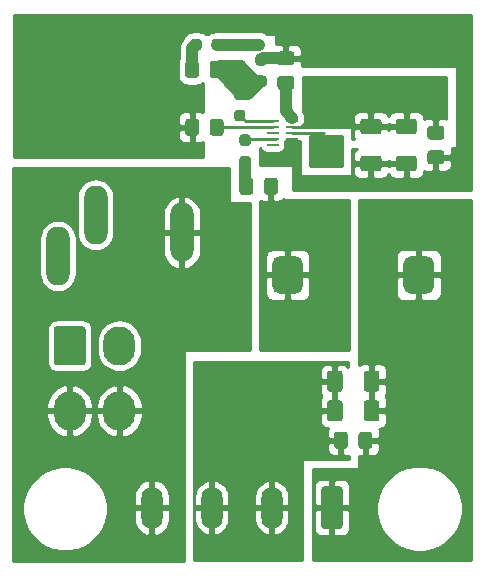
<source format=gbr>
%TF.GenerationSoftware,KiCad,Pcbnew,(5.1.9)-1*%
%TF.CreationDate,2021-07-15T22:57:35+09:00*%
%TF.ProjectId,4710MQ Power Supply,34373130-4d51-4205-906f-776572205375,rev?*%
%TF.SameCoordinates,Original*%
%TF.FileFunction,Copper,L1,Top*%
%TF.FilePolarity,Positive*%
%FSLAX46Y46*%
G04 Gerber Fmt 4.6, Leading zero omitted, Abs format (unit mm)*
G04 Created by KiCad (PCBNEW (5.1.9)-1) date 2021-07-15 22:57:35*
%MOMM*%
%LPD*%
G01*
G04 APERTURE LIST*
%TA.AperFunction,ComponentPad*%
%ADD10O,2.000000X5.000000*%
%TD*%
%TA.AperFunction,SMDPad,CuDef*%
%ADD11R,1.061999X0.254800*%
%TD*%
%TA.AperFunction,ComponentPad*%
%ADD12O,1.800000X3.600000*%
%TD*%
%TA.AperFunction,ComponentPad*%
%ADD13O,2.700000X3.300000*%
%TD*%
%TA.AperFunction,ViaPad*%
%ADD14C,0.800000*%
%TD*%
%TA.AperFunction,Conductor*%
%ADD15C,1.000000*%
%TD*%
%TA.AperFunction,Conductor*%
%ADD16C,0.250000*%
%TD*%
%TA.AperFunction,Conductor*%
%ADD17C,0.254000*%
%TD*%
%TA.AperFunction,Conductor*%
%ADD18C,0.100000*%
%TD*%
G04 APERTURE END LIST*
D10*
%TO.P,J1,3*%
%TO.N,N/C*%
X127600000Y-99100000D03*
%TO.P,J1,2*%
%TO.N,GND*%
X124400000Y-102600000D03*
%TO.P,J1,1*%
%TO.N,+12V*%
X134900000Y-100600000D03*
%TD*%
D11*
%TO.P,U1,10*%
%TO.N,/SS*%
X144223100Y-91199999D03*
%TO.P,U1,9*%
%TO.N,+12V*%
X144223100Y-91700001D03*
%TO.P,U1,8*%
%TO.N,/SW*%
X144223100Y-92200000D03*
%TO.P,U1,7*%
%TO.N,GND*%
X144223100Y-92699999D03*
%TO.P,U1,6*%
X144223100Y-93200001D03*
%TO.P,U1,5*%
%TO.N,N/C*%
X142576900Y-93200001D03*
%TO.P,U1,4*%
%TO.N,/BST*%
X142576900Y-92699999D03*
%TO.P,U1,3*%
%TO.N,N/C*%
X142576900Y-92200000D03*
%TO.P,U1,2*%
%TO.N,/VCC*%
X142576900Y-91700001D03*
%TO.P,U1,1*%
%TO.N,/FB*%
X142576900Y-91199999D03*
%TD*%
%TO.P,R1,2*%
%TO.N,/BST*%
%TA.AperFunction,SMDPad,CuDef*%
G36*
G01*
X140487500Y-93275000D02*
X140012500Y-93275000D01*
G75*
G02*
X139775000Y-93037500I0J237500D01*
G01*
X139775000Y-92537500D01*
G75*
G02*
X140012500Y-92300000I237500J0D01*
G01*
X140487500Y-92300000D01*
G75*
G02*
X140725000Y-92537500I0J-237500D01*
G01*
X140725000Y-93037500D01*
G75*
G02*
X140487500Y-93275000I-237500J0D01*
G01*
G37*
%TD.AperFunction*%
%TO.P,R1,1*%
%TO.N,Net-(C6-Pad1)*%
%TA.AperFunction,SMDPad,CuDef*%
G36*
G01*
X140487500Y-95100000D02*
X140012500Y-95100000D01*
G75*
G02*
X139775000Y-94862500I0J237500D01*
G01*
X139775000Y-94362500D01*
G75*
G02*
X140012500Y-94125000I237500J0D01*
G01*
X140487500Y-94125000D01*
G75*
G02*
X140725000Y-94362500I0J-237500D01*
G01*
X140725000Y-94862500D01*
G75*
G02*
X140487500Y-95100000I-237500J0D01*
G01*
G37*
%TD.AperFunction*%
%TD*%
%TO.P,R2,2*%
%TO.N,/FB*%
%TA.AperFunction,SMDPad,CuDef*%
G36*
G01*
X139562500Y-90225000D02*
X140037500Y-90225000D01*
G75*
G02*
X140275000Y-90462500I0J-237500D01*
G01*
X140275000Y-90962500D01*
G75*
G02*
X140037500Y-91200000I-237500J0D01*
G01*
X139562500Y-91200000D01*
G75*
G02*
X139325000Y-90962500I0J237500D01*
G01*
X139325000Y-90462500D01*
G75*
G02*
X139562500Y-90225000I237500J0D01*
G01*
G37*
%TD.AperFunction*%
%TO.P,R2,1*%
%TO.N,Net-(C8-Pad2)*%
%TA.AperFunction,SMDPad,CuDef*%
G36*
G01*
X139562500Y-88400000D02*
X140037500Y-88400000D01*
G75*
G02*
X140275000Y-88637500I0J-237500D01*
G01*
X140275000Y-89137500D01*
G75*
G02*
X140037500Y-89375000I-237500J0D01*
G01*
X139562500Y-89375000D01*
G75*
G02*
X139325000Y-89137500I0J237500D01*
G01*
X139325000Y-88637500D01*
G75*
G02*
X139562500Y-88400000I237500J0D01*
G01*
G37*
%TD.AperFunction*%
%TD*%
%TO.P,R5,2*%
%TO.N,Net-(C8-Pad1)*%
%TA.AperFunction,SMDPad,CuDef*%
G36*
G01*
X136575000Y-84462500D02*
X136575000Y-84937500D01*
G75*
G02*
X136337500Y-85175000I-237500J0D01*
G01*
X135837500Y-85175000D01*
G75*
G02*
X135600000Y-84937500I0J237500D01*
G01*
X135600000Y-84462500D01*
G75*
G02*
X135837500Y-84225000I237500J0D01*
G01*
X136337500Y-84225000D01*
G75*
G02*
X136575000Y-84462500I0J-237500D01*
G01*
G37*
%TD.AperFunction*%
%TO.P,R5,1*%
%TO.N,+5V*%
%TA.AperFunction,SMDPad,CuDef*%
G36*
G01*
X138400000Y-84462500D02*
X138400000Y-84937500D01*
G75*
G02*
X138162500Y-85175000I-237500J0D01*
G01*
X137662500Y-85175000D01*
G75*
G02*
X137425000Y-84937500I0J237500D01*
G01*
X137425000Y-84462500D01*
G75*
G02*
X137662500Y-84225000I237500J0D01*
G01*
X138162500Y-84225000D01*
G75*
G02*
X138400000Y-84462500I0J-237500D01*
G01*
G37*
%TD.AperFunction*%
%TD*%
%TO.P,R3,2*%
%TO.N,GND*%
%TA.AperFunction,SMDPad,CuDef*%
G36*
G01*
X141837500Y-86475000D02*
X141362500Y-86475000D01*
G75*
G02*
X141125000Y-86237500I0J237500D01*
G01*
X141125000Y-85737500D01*
G75*
G02*
X141362500Y-85500000I237500J0D01*
G01*
X141837500Y-85500000D01*
G75*
G02*
X142075000Y-85737500I0J-237500D01*
G01*
X142075000Y-86237500D01*
G75*
G02*
X141837500Y-86475000I-237500J0D01*
G01*
G37*
%TD.AperFunction*%
%TO.P,R3,1*%
%TO.N,Net-(C8-Pad2)*%
%TA.AperFunction,SMDPad,CuDef*%
G36*
G01*
X141837500Y-88300000D02*
X141362500Y-88300000D01*
G75*
G02*
X141125000Y-88062500I0J237500D01*
G01*
X141125000Y-87562500D01*
G75*
G02*
X141362500Y-87325000I237500J0D01*
G01*
X141837500Y-87325000D01*
G75*
G02*
X142075000Y-87562500I0J-237500D01*
G01*
X142075000Y-88062500D01*
G75*
G02*
X141837500Y-88300000I-237500J0D01*
G01*
G37*
%TD.AperFunction*%
%TD*%
%TO.P,R4,2*%
%TO.N,Net-(C8-Pad2)*%
%TA.AperFunction,SMDPad,CuDef*%
G36*
G01*
X139562500Y-86025000D02*
X140037500Y-86025000D01*
G75*
G02*
X140275000Y-86262500I0J-237500D01*
G01*
X140275000Y-86762500D01*
G75*
G02*
X140037500Y-87000000I-237500J0D01*
G01*
X139562500Y-87000000D01*
G75*
G02*
X139325000Y-86762500I0J237500D01*
G01*
X139325000Y-86262500D01*
G75*
G02*
X139562500Y-86025000I237500J0D01*
G01*
G37*
%TD.AperFunction*%
%TO.P,R4,1*%
%TO.N,+5V*%
%TA.AperFunction,SMDPad,CuDef*%
G36*
G01*
X139562500Y-84200000D02*
X140037500Y-84200000D01*
G75*
G02*
X140275000Y-84437500I0J-237500D01*
G01*
X140275000Y-84937500D01*
G75*
G02*
X140037500Y-85175000I-237500J0D01*
G01*
X139562500Y-85175000D01*
G75*
G02*
X139325000Y-84937500I0J237500D01*
G01*
X139325000Y-84437500D01*
G75*
G02*
X139562500Y-84200000I237500J0D01*
G01*
G37*
%TD.AperFunction*%
%TD*%
%TO.P,L1,2*%
%TO.N,+5V*%
%TA.AperFunction,SMDPad,CuDef*%
G36*
G01*
X153650000Y-105150000D02*
X153650000Y-103250000D01*
G75*
G02*
X154300000Y-102600000I650000J0D01*
G01*
X155600000Y-102600000D01*
G75*
G02*
X156250000Y-103250000I0J-650000D01*
G01*
X156250000Y-105150000D01*
G75*
G02*
X155600000Y-105800000I-650000J0D01*
G01*
X154300000Y-105800000D01*
G75*
G02*
X153650000Y-105150000I0J650000D01*
G01*
G37*
%TD.AperFunction*%
%TO.P,L1,1*%
%TO.N,/SW*%
%TA.AperFunction,SMDPad,CuDef*%
G36*
G01*
X142550000Y-105150000D02*
X142550000Y-103250000D01*
G75*
G02*
X143200000Y-102600000I650000J0D01*
G01*
X144500000Y-102600000D01*
G75*
G02*
X145150000Y-103250000I0J-650000D01*
G01*
X145150000Y-105150000D01*
G75*
G02*
X144500000Y-105800000I-650000J0D01*
G01*
X143200000Y-105800000D01*
G75*
G02*
X142550000Y-105150000I0J650000D01*
G01*
G37*
%TD.AperFunction*%
%TD*%
D12*
%TO.P,J3,4*%
%TO.N,+12V*%
X132360000Y-123900000D03*
%TO.P,J3,3*%
%TO.N,GND*%
X137440000Y-123900000D03*
%TO.P,J3,2*%
X142520000Y-123900000D03*
%TO.P,J3,1*%
%TO.N,+5V*%
%TA.AperFunction,ComponentPad*%
G36*
G01*
X148500000Y-122350000D02*
X148500000Y-125450000D01*
G75*
G02*
X148250000Y-125700000I-250000J0D01*
G01*
X146950000Y-125700000D01*
G75*
G02*
X146700000Y-125450000I0J250000D01*
G01*
X146700000Y-122350000D01*
G75*
G02*
X146950000Y-122100000I250000J0D01*
G01*
X148250000Y-122100000D01*
G75*
G02*
X148500000Y-122350000I0J-250000D01*
G01*
G37*
%TD.AperFunction*%
%TD*%
D13*
%TO.P,J2,4*%
%TO.N,+12V*%
X129600000Y-115700000D03*
%TO.P,J2,3*%
X125400000Y-115700000D03*
%TO.P,J2,2*%
%TO.N,GND*%
X129600000Y-110200000D03*
%TO.P,J2,1*%
%TA.AperFunction,ComponentPad*%
G36*
G01*
X124050000Y-111599999D02*
X124050000Y-108800001D01*
G75*
G02*
X124300001Y-108550000I250001J0D01*
G01*
X126499999Y-108550000D01*
G75*
G02*
X126750000Y-108800001I0J-250001D01*
G01*
X126750000Y-111599999D01*
G75*
G02*
X126499999Y-111850000I-250001J0D01*
G01*
X124300001Y-111850000D01*
G75*
G02*
X124050000Y-111599999I0J250001D01*
G01*
G37*
%TD.AperFunction*%
%TD*%
%TO.P,C5,2*%
%TO.N,GND*%
%TA.AperFunction,SMDPad,CuDef*%
G36*
G01*
X136350000Y-91225000D02*
X136350000Y-92175000D01*
G75*
G02*
X136100000Y-92425000I-250000J0D01*
G01*
X135425000Y-92425000D01*
G75*
G02*
X135175000Y-92175000I0J250000D01*
G01*
X135175000Y-91225000D01*
G75*
G02*
X135425000Y-90975000I250000J0D01*
G01*
X136100000Y-90975000D01*
G75*
G02*
X136350000Y-91225000I0J-250000D01*
G01*
G37*
%TD.AperFunction*%
%TO.P,C5,1*%
%TO.N,/VCC*%
%TA.AperFunction,SMDPad,CuDef*%
G36*
G01*
X138425000Y-91225000D02*
X138425000Y-92175000D01*
G75*
G02*
X138175000Y-92425000I-250000J0D01*
G01*
X137500000Y-92425000D01*
G75*
G02*
X137250000Y-92175000I0J250000D01*
G01*
X137250000Y-91225000D01*
G75*
G02*
X137500000Y-90975000I250000J0D01*
G01*
X138175000Y-90975000D01*
G75*
G02*
X138425000Y-91225000I0J-250000D01*
G01*
G37*
%TD.AperFunction*%
%TD*%
%TO.P,C3,2*%
%TO.N,GND*%
%TA.AperFunction,SMDPad,CuDef*%
G36*
G01*
X144175000Y-86450000D02*
X143225000Y-86450000D01*
G75*
G02*
X142975000Y-86200000I0J250000D01*
G01*
X142975000Y-85525000D01*
G75*
G02*
X143225000Y-85275000I250000J0D01*
G01*
X144175000Y-85275000D01*
G75*
G02*
X144425000Y-85525000I0J-250000D01*
G01*
X144425000Y-86200000D01*
G75*
G02*
X144175000Y-86450000I-250000J0D01*
G01*
G37*
%TD.AperFunction*%
%TO.P,C3,1*%
%TO.N,/SS*%
%TA.AperFunction,SMDPad,CuDef*%
G36*
G01*
X144175000Y-88525000D02*
X143225000Y-88525000D01*
G75*
G02*
X142975000Y-88275000I0J250000D01*
G01*
X142975000Y-87600000D01*
G75*
G02*
X143225000Y-87350000I250000J0D01*
G01*
X144175000Y-87350000D01*
G75*
G02*
X144425000Y-87600000I0J-250000D01*
G01*
X144425000Y-88275000D01*
G75*
G02*
X144175000Y-88525000I-250000J0D01*
G01*
G37*
%TD.AperFunction*%
%TD*%
%TO.P,C2,2*%
%TO.N,GND*%
%TA.AperFunction,SMDPad,CuDef*%
G36*
G01*
X153249998Y-94100000D02*
X154550002Y-94100000D01*
G75*
G02*
X154800000Y-94349998I0J-249998D01*
G01*
X154800000Y-95175002D01*
G75*
G02*
X154550002Y-95425000I-249998J0D01*
G01*
X153249998Y-95425000D01*
G75*
G02*
X153000000Y-95175002I0J249998D01*
G01*
X153000000Y-94349998D01*
G75*
G02*
X153249998Y-94100000I249998J0D01*
G01*
G37*
%TD.AperFunction*%
%TO.P,C2,1*%
%TO.N,+12V*%
%TA.AperFunction,SMDPad,CuDef*%
G36*
G01*
X153249998Y-90975000D02*
X154550002Y-90975000D01*
G75*
G02*
X154800000Y-91224998I0J-249998D01*
G01*
X154800000Y-92050002D01*
G75*
G02*
X154550002Y-92300000I-249998J0D01*
G01*
X153249998Y-92300000D01*
G75*
G02*
X153000000Y-92050002I0J249998D01*
G01*
X153000000Y-91224998D01*
G75*
G02*
X153249998Y-90975000I249998J0D01*
G01*
G37*
%TD.AperFunction*%
%TD*%
%TO.P,C9,2*%
%TO.N,GND*%
%TA.AperFunction,SMDPad,CuDef*%
G36*
G01*
X148500000Y-112549998D02*
X148500000Y-113850002D01*
G75*
G02*
X148250002Y-114100000I-249998J0D01*
G01*
X147424998Y-114100000D01*
G75*
G02*
X147175000Y-113850002I0J249998D01*
G01*
X147175000Y-112549998D01*
G75*
G02*
X147424998Y-112300000I249998J0D01*
G01*
X148250002Y-112300000D01*
G75*
G02*
X148500000Y-112549998I0J-249998D01*
G01*
G37*
%TD.AperFunction*%
%TO.P,C9,1*%
%TO.N,+5V*%
%TA.AperFunction,SMDPad,CuDef*%
G36*
G01*
X151625000Y-112549998D02*
X151625000Y-113850002D01*
G75*
G02*
X151375002Y-114100000I-249998J0D01*
G01*
X150549998Y-114100000D01*
G75*
G02*
X150300000Y-113850002I0J249998D01*
G01*
X150300000Y-112549998D01*
G75*
G02*
X150549998Y-112300000I249998J0D01*
G01*
X151375002Y-112300000D01*
G75*
G02*
X151625000Y-112549998I0J-249998D01*
G01*
G37*
%TD.AperFunction*%
%TD*%
%TO.P,C8,2*%
%TO.N,Net-(C8-Pad2)*%
%TA.AperFunction,SMDPad,CuDef*%
G36*
G01*
X137250000Y-87275000D02*
X137250000Y-86325000D01*
G75*
G02*
X137500000Y-86075000I250000J0D01*
G01*
X138175000Y-86075000D01*
G75*
G02*
X138425000Y-86325000I0J-250000D01*
G01*
X138425000Y-87275000D01*
G75*
G02*
X138175000Y-87525000I-250000J0D01*
G01*
X137500000Y-87525000D01*
G75*
G02*
X137250000Y-87275000I0J250000D01*
G01*
G37*
%TD.AperFunction*%
%TO.P,C8,1*%
%TO.N,Net-(C8-Pad1)*%
%TA.AperFunction,SMDPad,CuDef*%
G36*
G01*
X135175000Y-87275000D02*
X135175000Y-86325000D01*
G75*
G02*
X135425000Y-86075000I250000J0D01*
G01*
X136100000Y-86075000D01*
G75*
G02*
X136350000Y-86325000I0J-250000D01*
G01*
X136350000Y-87275000D01*
G75*
G02*
X136100000Y-87525000I-250000J0D01*
G01*
X135425000Y-87525000D01*
G75*
G02*
X135175000Y-87275000I0J250000D01*
G01*
G37*
%TD.AperFunction*%
%TD*%
%TO.P,C6,2*%
%TO.N,/SW*%
%TA.AperFunction,SMDPad,CuDef*%
G36*
G01*
X141850000Y-97175000D02*
X141850000Y-96225000D01*
G75*
G02*
X142100000Y-95975000I250000J0D01*
G01*
X142775000Y-95975000D01*
G75*
G02*
X143025000Y-96225000I0J-250000D01*
G01*
X143025000Y-97175000D01*
G75*
G02*
X142775000Y-97425000I-250000J0D01*
G01*
X142100000Y-97425000D01*
G75*
G02*
X141850000Y-97175000I0J250000D01*
G01*
G37*
%TD.AperFunction*%
%TO.P,C6,1*%
%TO.N,Net-(C6-Pad1)*%
%TA.AperFunction,SMDPad,CuDef*%
G36*
G01*
X139775000Y-97175000D02*
X139775000Y-96225000D01*
G75*
G02*
X140025000Y-95975000I250000J0D01*
G01*
X140700000Y-95975000D01*
G75*
G02*
X140950000Y-96225000I0J-250000D01*
G01*
X140950000Y-97175000D01*
G75*
G02*
X140700000Y-97425000I-250000J0D01*
G01*
X140025000Y-97425000D01*
G75*
G02*
X139775000Y-97175000I0J250000D01*
G01*
G37*
%TD.AperFunction*%
%TD*%
%TO.P,C10,2*%
%TO.N,GND*%
%TA.AperFunction,SMDPad,CuDef*%
G36*
G01*
X148950000Y-117725000D02*
X148950000Y-118675000D01*
G75*
G02*
X148700000Y-118925000I-250000J0D01*
G01*
X148025000Y-118925000D01*
G75*
G02*
X147775000Y-118675000I0J250000D01*
G01*
X147775000Y-117725000D01*
G75*
G02*
X148025000Y-117475000I250000J0D01*
G01*
X148700000Y-117475000D01*
G75*
G02*
X148950000Y-117725000I0J-250000D01*
G01*
G37*
%TD.AperFunction*%
%TO.P,C10,1*%
%TO.N,+5V*%
%TA.AperFunction,SMDPad,CuDef*%
G36*
G01*
X151025000Y-117725000D02*
X151025000Y-118675000D01*
G75*
G02*
X150775000Y-118925000I-250000J0D01*
G01*
X150100000Y-118925000D01*
G75*
G02*
X149850000Y-118675000I0J250000D01*
G01*
X149850000Y-117725000D01*
G75*
G02*
X150100000Y-117475000I250000J0D01*
G01*
X150775000Y-117475000D01*
G75*
G02*
X151025000Y-117725000I0J-250000D01*
G01*
G37*
%TD.AperFunction*%
%TD*%
%TO.P,C7,2*%
%TO.N,GND*%
%TA.AperFunction,SMDPad,CuDef*%
G36*
G01*
X148500000Y-115049998D02*
X148500000Y-116350002D01*
G75*
G02*
X148250002Y-116600000I-249998J0D01*
G01*
X147424998Y-116600000D01*
G75*
G02*
X147175000Y-116350002I0J249998D01*
G01*
X147175000Y-115049998D01*
G75*
G02*
X147424998Y-114800000I249998J0D01*
G01*
X148250002Y-114800000D01*
G75*
G02*
X148500000Y-115049998I0J-249998D01*
G01*
G37*
%TD.AperFunction*%
%TO.P,C7,1*%
%TO.N,+5V*%
%TA.AperFunction,SMDPad,CuDef*%
G36*
G01*
X151625000Y-115049998D02*
X151625000Y-116350002D01*
G75*
G02*
X151375002Y-116600000I-249998J0D01*
G01*
X150549998Y-116600000D01*
G75*
G02*
X150300000Y-116350002I0J249998D01*
G01*
X150300000Y-115049998D01*
G75*
G02*
X150549998Y-114800000I249998J0D01*
G01*
X151375002Y-114800000D01*
G75*
G02*
X151625000Y-115049998I0J-249998D01*
G01*
G37*
%TD.AperFunction*%
%TD*%
%TO.P,C4,2*%
%TO.N,GND*%
%TA.AperFunction,SMDPad,CuDef*%
G36*
G01*
X155925000Y-93650000D02*
X156875000Y-93650000D01*
G75*
G02*
X157125000Y-93900000I0J-250000D01*
G01*
X157125000Y-94575000D01*
G75*
G02*
X156875000Y-94825000I-250000J0D01*
G01*
X155925000Y-94825000D01*
G75*
G02*
X155675000Y-94575000I0J250000D01*
G01*
X155675000Y-93900000D01*
G75*
G02*
X155925000Y-93650000I250000J0D01*
G01*
G37*
%TD.AperFunction*%
%TO.P,C4,1*%
%TO.N,+12V*%
%TA.AperFunction,SMDPad,CuDef*%
G36*
G01*
X155925000Y-91575000D02*
X156875000Y-91575000D01*
G75*
G02*
X157125000Y-91825000I0J-250000D01*
G01*
X157125000Y-92500000D01*
G75*
G02*
X156875000Y-92750000I-250000J0D01*
G01*
X155925000Y-92750000D01*
G75*
G02*
X155675000Y-92500000I0J250000D01*
G01*
X155675000Y-91825000D01*
G75*
G02*
X155925000Y-91575000I250000J0D01*
G01*
G37*
%TD.AperFunction*%
%TD*%
%TO.P,C1,2*%
%TO.N,GND*%
%TA.AperFunction,SMDPad,CuDef*%
G36*
G01*
X150249998Y-94100000D02*
X151550002Y-94100000D01*
G75*
G02*
X151800000Y-94349998I0J-249998D01*
G01*
X151800000Y-95175002D01*
G75*
G02*
X151550002Y-95425000I-249998J0D01*
G01*
X150249998Y-95425000D01*
G75*
G02*
X150000000Y-95175002I0J249998D01*
G01*
X150000000Y-94349998D01*
G75*
G02*
X150249998Y-94100000I249998J0D01*
G01*
G37*
%TD.AperFunction*%
%TO.P,C1,1*%
%TO.N,+12V*%
%TA.AperFunction,SMDPad,CuDef*%
G36*
G01*
X150249998Y-90975000D02*
X151550002Y-90975000D01*
G75*
G02*
X151800000Y-91224998I0J-249998D01*
G01*
X151800000Y-92050002D01*
G75*
G02*
X151550002Y-92300000I-249998J0D01*
G01*
X150249998Y-92300000D01*
G75*
G02*
X150000000Y-92050002I0J249998D01*
G01*
X150000000Y-91224998D01*
G75*
G02*
X150249998Y-90975000I249998J0D01*
G01*
G37*
%TD.AperFunction*%
%TD*%
D14*
%TO.N,GND*%
X122000000Y-92000000D03*
X123000000Y-92000000D03*
X124000000Y-92000000D03*
X125000000Y-92000000D03*
X126000000Y-92000000D03*
X126000000Y-91000000D03*
X125000000Y-91000000D03*
X124000000Y-91000000D03*
X123000000Y-91000000D03*
X122000000Y-91000000D03*
X122000000Y-90000000D03*
X123000000Y-90000000D03*
X124000000Y-90000000D03*
X125000000Y-90000000D03*
X126000000Y-90000000D03*
X126000000Y-89000000D03*
X125000000Y-89000000D03*
X124000000Y-89000000D03*
X123000000Y-89000000D03*
X122000000Y-89000000D03*
X122000000Y-88000000D03*
X123000000Y-88000000D03*
X124000000Y-88000000D03*
X125000000Y-88000000D03*
X126000000Y-88000000D03*
X126000000Y-87000000D03*
X125000000Y-87000000D03*
X124000000Y-87000000D03*
X123000000Y-87000000D03*
X122000000Y-87000000D03*
X122000000Y-86000000D03*
X123000000Y-86000000D03*
X124000000Y-86000000D03*
X125000000Y-86000000D03*
X126000000Y-86000000D03*
%TO.N,+12V*%
X146100000Y-87800000D03*
X147000000Y-87800000D03*
X147900000Y-87800000D03*
X148800000Y-87800000D03*
X148800000Y-88700000D03*
X147900000Y-88700000D03*
X147000000Y-88700000D03*
X146100000Y-88700000D03*
X146100000Y-89600000D03*
X147000000Y-89600000D03*
X147900000Y-89600000D03*
X148800000Y-89600000D03*
X148800000Y-90500000D03*
X147900000Y-90500000D03*
X147000000Y-90500000D03*
X146100000Y-90500000D03*
%TO.N,+5V*%
X141400000Y-84700000D03*
X155000000Y-107200000D03*
%TO.N,/SW*%
X148500000Y-98500000D03*
X147500000Y-98500000D03*
X146500000Y-98500000D03*
X145500000Y-98500000D03*
X145500000Y-99500000D03*
X146500000Y-99500000D03*
X147500000Y-99500000D03*
X148500000Y-99500000D03*
X148500000Y-100500000D03*
X147500000Y-100500000D03*
X146500000Y-100500000D03*
X145500000Y-100500000D03*
X145500000Y-101500000D03*
X146500000Y-101500000D03*
X147500000Y-101500000D03*
X148500000Y-101500000D03*
X147100000Y-94600000D03*
X146200000Y-94600000D03*
X147100000Y-93700000D03*
X146200000Y-93700000D03*
X148000000Y-93700000D03*
X148000000Y-94600000D03*
X148000000Y-92800000D03*
X147100000Y-92800000D03*
X146200000Y-92800000D03*
%TD*%
D15*
%TO.N,GND*%
X141725000Y-85862500D02*
X141600000Y-85987500D01*
X143700000Y-85862500D02*
X141725000Y-85862500D01*
D16*
%TO.N,+12V*%
X146300000Y-90900000D02*
X146300000Y-91400000D01*
X144223100Y-91700001D02*
X145004099Y-91700001D01*
X145004099Y-91700001D02*
X149399999Y-91700001D01*
X145252050Y-91452050D02*
X149152050Y-91452050D01*
X145004099Y-91700001D02*
X145252050Y-91452050D01*
X145252050Y-91452050D02*
X145700000Y-91004100D01*
D15*
%TO.N,+5V*%
X137912500Y-84700000D02*
X141400000Y-84700000D01*
%TO.N,Net-(C6-Pad1)*%
X140250000Y-96587500D02*
X140362500Y-96700000D01*
X140250000Y-94612500D02*
X140250000Y-96587500D01*
%TO.N,Net-(C8-Pad2)*%
X140525000Y-88887500D02*
X141600000Y-87812500D01*
X139800000Y-88887500D02*
X140525000Y-88887500D01*
X141100000Y-87812500D02*
X139800000Y-86512500D01*
X141600000Y-87812500D02*
X141100000Y-87812500D01*
X138125000Y-86512500D02*
X137837500Y-86800000D01*
X139800000Y-86512500D02*
X138125000Y-86512500D01*
X139800000Y-88762500D02*
X137837500Y-86800000D01*
X139800000Y-88887500D02*
X139800000Y-88762500D01*
X139800000Y-86512500D02*
X139800000Y-88887500D01*
X140300000Y-88387500D02*
X139800000Y-88887500D01*
X140300000Y-88000000D02*
X140300000Y-88387500D01*
X139800000Y-88887500D02*
X139800000Y-88000000D01*
X139800000Y-88000000D02*
X139000000Y-87200000D01*
%TO.N,Net-(C8-Pad1)*%
X135762500Y-85025000D02*
X136087500Y-84700000D01*
X135762500Y-86800000D02*
X135762500Y-85025000D01*
D16*
%TO.N,/SW*%
X144223100Y-92200000D02*
X146900000Y-92200000D01*
D15*
%TO.N,/SS*%
X143700000Y-90349500D02*
X144223100Y-90872600D01*
X143700000Y-87937500D02*
X143700000Y-90349500D01*
D16*
%TO.N,/VCC*%
X141795900Y-91700000D02*
X137837500Y-91700000D01*
X142576900Y-91700001D02*
X141795900Y-91700000D01*
%TO.N,/FB*%
X140287499Y-91199999D02*
X139800000Y-90712500D01*
X142576900Y-91199999D02*
X140287499Y-91199999D01*
%TO.N,/BST*%
X140337501Y-92699999D02*
X140250000Y-92787500D01*
X142900000Y-92700000D02*
X140160601Y-92700000D01*
%TD*%
D17*
%TO.N,+5V*%
X159340000Y-128340000D02*
X146027000Y-128340000D01*
X146027000Y-125700000D01*
X146061928Y-125700000D01*
X146074188Y-125824482D01*
X146110498Y-125944180D01*
X146169463Y-126054494D01*
X146248815Y-126151185D01*
X146345506Y-126230537D01*
X146455820Y-126289502D01*
X146575518Y-126325812D01*
X146700000Y-126338072D01*
X147314250Y-126335000D01*
X147473000Y-126176250D01*
X147473000Y-124027000D01*
X147727000Y-124027000D01*
X147727000Y-126176250D01*
X147885750Y-126335000D01*
X148500000Y-126338072D01*
X148624482Y-126325812D01*
X148744180Y-126289502D01*
X148854494Y-126230537D01*
X148951185Y-126151185D01*
X149030537Y-126054494D01*
X149089502Y-125944180D01*
X149125812Y-125824482D01*
X149138072Y-125700000D01*
X149135000Y-124185750D01*
X148976250Y-124027000D01*
X147727000Y-124027000D01*
X147473000Y-124027000D01*
X146223750Y-124027000D01*
X146065000Y-124185750D01*
X146061928Y-125700000D01*
X146027000Y-125700000D01*
X146027000Y-122100000D01*
X146061928Y-122100000D01*
X146065000Y-123614250D01*
X146223750Y-123773000D01*
X147473000Y-123773000D01*
X147473000Y-121623750D01*
X147727000Y-121623750D01*
X147727000Y-123773000D01*
X148976250Y-123773000D01*
X149109953Y-123639297D01*
X151337720Y-123639297D01*
X151337720Y-124360703D01*
X151478460Y-125068248D01*
X151754530Y-125734740D01*
X152155322Y-126334567D01*
X152665433Y-126844678D01*
X153265260Y-127245470D01*
X153931752Y-127521540D01*
X154639297Y-127662280D01*
X155360703Y-127662280D01*
X156068248Y-127521540D01*
X156734740Y-127245470D01*
X157334567Y-126844678D01*
X157844678Y-126334567D01*
X158245470Y-125734740D01*
X158521540Y-125068248D01*
X158662280Y-124360703D01*
X158662280Y-123639297D01*
X158521540Y-122931752D01*
X158245470Y-122265260D01*
X157844678Y-121665433D01*
X157334567Y-121155322D01*
X156734740Y-120754530D01*
X156068248Y-120478460D01*
X155360703Y-120337720D01*
X154639297Y-120337720D01*
X153931752Y-120478460D01*
X153265260Y-120754530D01*
X152665433Y-121155322D01*
X152155322Y-121665433D01*
X151754530Y-122265260D01*
X151478460Y-122931752D01*
X151337720Y-123639297D01*
X149109953Y-123639297D01*
X149135000Y-123614250D01*
X149138072Y-122100000D01*
X149125812Y-121975518D01*
X149089502Y-121855820D01*
X149030537Y-121745506D01*
X148951185Y-121648815D01*
X148854494Y-121569463D01*
X148744180Y-121510498D01*
X148624482Y-121474188D01*
X148500000Y-121461928D01*
X147885750Y-121465000D01*
X147727000Y-121623750D01*
X147473000Y-121623750D01*
X147314250Y-121465000D01*
X146700000Y-121461928D01*
X146575518Y-121474188D01*
X146455820Y-121510498D01*
X146345506Y-121569463D01*
X146248815Y-121648815D01*
X146169463Y-121745506D01*
X146110498Y-121855820D01*
X146074188Y-121975518D01*
X146061928Y-122100000D01*
X146027000Y-122100000D01*
X146027000Y-120627000D01*
X149800000Y-120627000D01*
X149824776Y-120624560D01*
X149848601Y-120617333D01*
X149870557Y-120605597D01*
X149889803Y-120589803D01*
X149905597Y-120570557D01*
X149917333Y-120548601D01*
X149924560Y-120524776D01*
X149927000Y-120500000D01*
X149927000Y-119562288D01*
X150151750Y-119560000D01*
X150310500Y-119401250D01*
X150310500Y-118327000D01*
X150564500Y-118327000D01*
X150564500Y-119401250D01*
X150723250Y-119560000D01*
X151025000Y-119563072D01*
X151149482Y-119550812D01*
X151269180Y-119514502D01*
X151379494Y-119455537D01*
X151476185Y-119376185D01*
X151555537Y-119279494D01*
X151614502Y-119169180D01*
X151650812Y-119049482D01*
X151663072Y-118925000D01*
X151660000Y-118485750D01*
X151501250Y-118327000D01*
X150564500Y-118327000D01*
X150310500Y-118327000D01*
X150290500Y-118327000D01*
X150290500Y-118073000D01*
X150310500Y-118073000D01*
X150310500Y-118053000D01*
X150564500Y-118053000D01*
X150564500Y-118073000D01*
X151501250Y-118073000D01*
X151660000Y-117914250D01*
X151663072Y-117475000D01*
X151650812Y-117350518D01*
X151616681Y-117238004D01*
X151625000Y-117238072D01*
X151749482Y-117225812D01*
X151869180Y-117189502D01*
X151979494Y-117130537D01*
X152076185Y-117051185D01*
X152155537Y-116954494D01*
X152214502Y-116844180D01*
X152250812Y-116724482D01*
X152263072Y-116600000D01*
X152260000Y-115985750D01*
X152101250Y-115827000D01*
X151089500Y-115827000D01*
X151089500Y-115847000D01*
X150835500Y-115847000D01*
X150835500Y-115827000D01*
X150815500Y-115827000D01*
X150815500Y-115573000D01*
X150835500Y-115573000D01*
X150835500Y-113327000D01*
X151089500Y-113327000D01*
X151089500Y-115573000D01*
X152101250Y-115573000D01*
X152260000Y-115414250D01*
X152263072Y-114800000D01*
X152250812Y-114675518D01*
X152214502Y-114555820D01*
X152157939Y-114450000D01*
X152214502Y-114344180D01*
X152250812Y-114224482D01*
X152263072Y-114100000D01*
X152260000Y-113485750D01*
X152101250Y-113327000D01*
X151089500Y-113327000D01*
X150835500Y-113327000D01*
X150815500Y-113327000D01*
X150815500Y-113073000D01*
X150835500Y-113073000D01*
X150835500Y-111823750D01*
X151089500Y-111823750D01*
X151089500Y-113073000D01*
X152101250Y-113073000D01*
X152260000Y-112914250D01*
X152263072Y-112300000D01*
X152250812Y-112175518D01*
X152214502Y-112055820D01*
X152155537Y-111945506D01*
X152076185Y-111848815D01*
X151979494Y-111769463D01*
X151869180Y-111710498D01*
X151749482Y-111674188D01*
X151625000Y-111661928D01*
X151248250Y-111665000D01*
X151089500Y-111823750D01*
X150835500Y-111823750D01*
X150676750Y-111665000D01*
X150300000Y-111661928D01*
X150175518Y-111674188D01*
X150055820Y-111710498D01*
X149945506Y-111769463D01*
X149927000Y-111784650D01*
X149927000Y-105800000D01*
X153011928Y-105800000D01*
X153024188Y-105924482D01*
X153060498Y-106044180D01*
X153119463Y-106154494D01*
X153198815Y-106251185D01*
X153295506Y-106330537D01*
X153405820Y-106389502D01*
X153525518Y-106425812D01*
X153650000Y-106438072D01*
X154664250Y-106435000D01*
X154823000Y-106276250D01*
X154823000Y-104327000D01*
X155077000Y-104327000D01*
X155077000Y-106276250D01*
X155235750Y-106435000D01*
X156250000Y-106438072D01*
X156374482Y-106425812D01*
X156494180Y-106389502D01*
X156604494Y-106330537D01*
X156701185Y-106251185D01*
X156780537Y-106154494D01*
X156839502Y-106044180D01*
X156875812Y-105924482D01*
X156888072Y-105800000D01*
X156885000Y-104485750D01*
X156726250Y-104327000D01*
X155077000Y-104327000D01*
X154823000Y-104327000D01*
X153173750Y-104327000D01*
X153015000Y-104485750D01*
X153011928Y-105800000D01*
X149927000Y-105800000D01*
X149927000Y-102600000D01*
X153011928Y-102600000D01*
X153015000Y-103914250D01*
X153173750Y-104073000D01*
X154823000Y-104073000D01*
X154823000Y-102123750D01*
X155077000Y-102123750D01*
X155077000Y-104073000D01*
X156726250Y-104073000D01*
X156885000Y-103914250D01*
X156888072Y-102600000D01*
X156875812Y-102475518D01*
X156839502Y-102355820D01*
X156780537Y-102245506D01*
X156701185Y-102148815D01*
X156604494Y-102069463D01*
X156494180Y-102010498D01*
X156374482Y-101974188D01*
X156250000Y-101961928D01*
X155235750Y-101965000D01*
X155077000Y-102123750D01*
X154823000Y-102123750D01*
X154664250Y-101965000D01*
X153650000Y-101961928D01*
X153525518Y-101974188D01*
X153405820Y-102010498D01*
X153295506Y-102069463D01*
X153198815Y-102148815D01*
X153119463Y-102245506D01*
X153060498Y-102355820D01*
X153024188Y-102475518D01*
X153011928Y-102600000D01*
X149927000Y-102600000D01*
X149927000Y-97827000D01*
X159340001Y-97827000D01*
X159340000Y-128340000D01*
%TA.AperFunction,Conductor*%
D18*
G36*
X159340000Y-128340000D02*
G01*
X146027000Y-128340000D01*
X146027000Y-125700000D01*
X146061928Y-125700000D01*
X146074188Y-125824482D01*
X146110498Y-125944180D01*
X146169463Y-126054494D01*
X146248815Y-126151185D01*
X146345506Y-126230537D01*
X146455820Y-126289502D01*
X146575518Y-126325812D01*
X146700000Y-126338072D01*
X147314250Y-126335000D01*
X147473000Y-126176250D01*
X147473000Y-124027000D01*
X147727000Y-124027000D01*
X147727000Y-126176250D01*
X147885750Y-126335000D01*
X148500000Y-126338072D01*
X148624482Y-126325812D01*
X148744180Y-126289502D01*
X148854494Y-126230537D01*
X148951185Y-126151185D01*
X149030537Y-126054494D01*
X149089502Y-125944180D01*
X149125812Y-125824482D01*
X149138072Y-125700000D01*
X149135000Y-124185750D01*
X148976250Y-124027000D01*
X147727000Y-124027000D01*
X147473000Y-124027000D01*
X146223750Y-124027000D01*
X146065000Y-124185750D01*
X146061928Y-125700000D01*
X146027000Y-125700000D01*
X146027000Y-122100000D01*
X146061928Y-122100000D01*
X146065000Y-123614250D01*
X146223750Y-123773000D01*
X147473000Y-123773000D01*
X147473000Y-121623750D01*
X147727000Y-121623750D01*
X147727000Y-123773000D01*
X148976250Y-123773000D01*
X149109953Y-123639297D01*
X151337720Y-123639297D01*
X151337720Y-124360703D01*
X151478460Y-125068248D01*
X151754530Y-125734740D01*
X152155322Y-126334567D01*
X152665433Y-126844678D01*
X153265260Y-127245470D01*
X153931752Y-127521540D01*
X154639297Y-127662280D01*
X155360703Y-127662280D01*
X156068248Y-127521540D01*
X156734740Y-127245470D01*
X157334567Y-126844678D01*
X157844678Y-126334567D01*
X158245470Y-125734740D01*
X158521540Y-125068248D01*
X158662280Y-124360703D01*
X158662280Y-123639297D01*
X158521540Y-122931752D01*
X158245470Y-122265260D01*
X157844678Y-121665433D01*
X157334567Y-121155322D01*
X156734740Y-120754530D01*
X156068248Y-120478460D01*
X155360703Y-120337720D01*
X154639297Y-120337720D01*
X153931752Y-120478460D01*
X153265260Y-120754530D01*
X152665433Y-121155322D01*
X152155322Y-121665433D01*
X151754530Y-122265260D01*
X151478460Y-122931752D01*
X151337720Y-123639297D01*
X149109953Y-123639297D01*
X149135000Y-123614250D01*
X149138072Y-122100000D01*
X149125812Y-121975518D01*
X149089502Y-121855820D01*
X149030537Y-121745506D01*
X148951185Y-121648815D01*
X148854494Y-121569463D01*
X148744180Y-121510498D01*
X148624482Y-121474188D01*
X148500000Y-121461928D01*
X147885750Y-121465000D01*
X147727000Y-121623750D01*
X147473000Y-121623750D01*
X147314250Y-121465000D01*
X146700000Y-121461928D01*
X146575518Y-121474188D01*
X146455820Y-121510498D01*
X146345506Y-121569463D01*
X146248815Y-121648815D01*
X146169463Y-121745506D01*
X146110498Y-121855820D01*
X146074188Y-121975518D01*
X146061928Y-122100000D01*
X146027000Y-122100000D01*
X146027000Y-120627000D01*
X149800000Y-120627000D01*
X149824776Y-120624560D01*
X149848601Y-120617333D01*
X149870557Y-120605597D01*
X149889803Y-120589803D01*
X149905597Y-120570557D01*
X149917333Y-120548601D01*
X149924560Y-120524776D01*
X149927000Y-120500000D01*
X149927000Y-119562288D01*
X150151750Y-119560000D01*
X150310500Y-119401250D01*
X150310500Y-118327000D01*
X150564500Y-118327000D01*
X150564500Y-119401250D01*
X150723250Y-119560000D01*
X151025000Y-119563072D01*
X151149482Y-119550812D01*
X151269180Y-119514502D01*
X151379494Y-119455537D01*
X151476185Y-119376185D01*
X151555537Y-119279494D01*
X151614502Y-119169180D01*
X151650812Y-119049482D01*
X151663072Y-118925000D01*
X151660000Y-118485750D01*
X151501250Y-118327000D01*
X150564500Y-118327000D01*
X150310500Y-118327000D01*
X150290500Y-118327000D01*
X150290500Y-118073000D01*
X150310500Y-118073000D01*
X150310500Y-118053000D01*
X150564500Y-118053000D01*
X150564500Y-118073000D01*
X151501250Y-118073000D01*
X151660000Y-117914250D01*
X151663072Y-117475000D01*
X151650812Y-117350518D01*
X151616681Y-117238004D01*
X151625000Y-117238072D01*
X151749482Y-117225812D01*
X151869180Y-117189502D01*
X151979494Y-117130537D01*
X152076185Y-117051185D01*
X152155537Y-116954494D01*
X152214502Y-116844180D01*
X152250812Y-116724482D01*
X152263072Y-116600000D01*
X152260000Y-115985750D01*
X152101250Y-115827000D01*
X151089500Y-115827000D01*
X151089500Y-115847000D01*
X150835500Y-115847000D01*
X150835500Y-115827000D01*
X150815500Y-115827000D01*
X150815500Y-115573000D01*
X150835500Y-115573000D01*
X150835500Y-113327000D01*
X151089500Y-113327000D01*
X151089500Y-115573000D01*
X152101250Y-115573000D01*
X152260000Y-115414250D01*
X152263072Y-114800000D01*
X152250812Y-114675518D01*
X152214502Y-114555820D01*
X152157939Y-114450000D01*
X152214502Y-114344180D01*
X152250812Y-114224482D01*
X152263072Y-114100000D01*
X152260000Y-113485750D01*
X152101250Y-113327000D01*
X151089500Y-113327000D01*
X150835500Y-113327000D01*
X150815500Y-113327000D01*
X150815500Y-113073000D01*
X150835500Y-113073000D01*
X150835500Y-111823750D01*
X151089500Y-111823750D01*
X151089500Y-113073000D01*
X152101250Y-113073000D01*
X152260000Y-112914250D01*
X152263072Y-112300000D01*
X152250812Y-112175518D01*
X152214502Y-112055820D01*
X152155537Y-111945506D01*
X152076185Y-111848815D01*
X151979494Y-111769463D01*
X151869180Y-111710498D01*
X151749482Y-111674188D01*
X151625000Y-111661928D01*
X151248250Y-111665000D01*
X151089500Y-111823750D01*
X150835500Y-111823750D01*
X150676750Y-111665000D01*
X150300000Y-111661928D01*
X150175518Y-111674188D01*
X150055820Y-111710498D01*
X149945506Y-111769463D01*
X149927000Y-111784650D01*
X149927000Y-105800000D01*
X153011928Y-105800000D01*
X153024188Y-105924482D01*
X153060498Y-106044180D01*
X153119463Y-106154494D01*
X153198815Y-106251185D01*
X153295506Y-106330537D01*
X153405820Y-106389502D01*
X153525518Y-106425812D01*
X153650000Y-106438072D01*
X154664250Y-106435000D01*
X154823000Y-106276250D01*
X154823000Y-104327000D01*
X155077000Y-104327000D01*
X155077000Y-106276250D01*
X155235750Y-106435000D01*
X156250000Y-106438072D01*
X156374482Y-106425812D01*
X156494180Y-106389502D01*
X156604494Y-106330537D01*
X156701185Y-106251185D01*
X156780537Y-106154494D01*
X156839502Y-106044180D01*
X156875812Y-105924482D01*
X156888072Y-105800000D01*
X156885000Y-104485750D01*
X156726250Y-104327000D01*
X155077000Y-104327000D01*
X154823000Y-104327000D01*
X153173750Y-104327000D01*
X153015000Y-104485750D01*
X153011928Y-105800000D01*
X149927000Y-105800000D01*
X149927000Y-102600000D01*
X153011928Y-102600000D01*
X153015000Y-103914250D01*
X153173750Y-104073000D01*
X154823000Y-104073000D01*
X154823000Y-102123750D01*
X155077000Y-102123750D01*
X155077000Y-104073000D01*
X156726250Y-104073000D01*
X156885000Y-103914250D01*
X156888072Y-102600000D01*
X156875812Y-102475518D01*
X156839502Y-102355820D01*
X156780537Y-102245506D01*
X156701185Y-102148815D01*
X156604494Y-102069463D01*
X156494180Y-102010498D01*
X156374482Y-101974188D01*
X156250000Y-101961928D01*
X155235750Y-101965000D01*
X155077000Y-102123750D01*
X154823000Y-102123750D01*
X154664250Y-101965000D01*
X153650000Y-101961928D01*
X153525518Y-101974188D01*
X153405820Y-102010498D01*
X153295506Y-102069463D01*
X153198815Y-102148815D01*
X153119463Y-102245506D01*
X153060498Y-102355820D01*
X153024188Y-102475518D01*
X153011928Y-102600000D01*
X149927000Y-102600000D01*
X149927000Y-97827000D01*
X159340001Y-97827000D01*
X159340000Y-128340000D01*
G37*
%TD.AperFunction*%
%TD*%
D17*
%TO.N,GND*%
X148979757Y-111975056D02*
X148909975Y-111890025D01*
X148822115Y-111817921D01*
X148721877Y-111764342D01*
X148613112Y-111731349D01*
X148500000Y-111720208D01*
X148108750Y-111723000D01*
X147964500Y-111867250D01*
X147964500Y-113073000D01*
X147984500Y-113073000D01*
X147984500Y-113327000D01*
X147964500Y-113327000D01*
X147964500Y-115573000D01*
X147984500Y-115573000D01*
X147984500Y-115827000D01*
X147964500Y-115827000D01*
X147964500Y-115847000D01*
X147710500Y-115847000D01*
X147710500Y-115827000D01*
X146742250Y-115827000D01*
X146598000Y-115971250D01*
X146595208Y-116600000D01*
X146606349Y-116713112D01*
X146639342Y-116821877D01*
X146692921Y-116922115D01*
X146765025Y-117009975D01*
X146852885Y-117082079D01*
X146953123Y-117135658D01*
X147061888Y-117168651D01*
X147175000Y-117179792D01*
X147278935Y-117179050D01*
X147239342Y-117253123D01*
X147206349Y-117361888D01*
X147195208Y-117475000D01*
X147198000Y-117928750D01*
X147342250Y-118073000D01*
X148235500Y-118073000D01*
X148235500Y-118053000D01*
X148489500Y-118053000D01*
X148489500Y-118073000D01*
X148509500Y-118073000D01*
X148509500Y-118327000D01*
X148489500Y-118327000D01*
X148489500Y-119357750D01*
X148633750Y-119502000D01*
X148950000Y-119504792D01*
X149063112Y-119493651D01*
X149068192Y-119492110D01*
X149071497Y-119773000D01*
X145200000Y-119773000D01*
X145175224Y-119775440D01*
X145151399Y-119782667D01*
X145129443Y-119794403D01*
X145110197Y-119810197D01*
X145094403Y-119829443D01*
X145082667Y-119851399D01*
X145075440Y-119875224D01*
X145073000Y-119900000D01*
X145073000Y-128340000D01*
X135927000Y-128340000D01*
X135927000Y-124027000D01*
X135963000Y-124027000D01*
X135963000Y-124927000D01*
X136016157Y-125212708D01*
X136124031Y-125482556D01*
X136282477Y-125726174D01*
X136485406Y-125934199D01*
X136725020Y-126098638D01*
X136992110Y-126213171D01*
X137084366Y-126233546D01*
X137313000Y-126126685D01*
X137313000Y-124027000D01*
X137567000Y-124027000D01*
X137567000Y-126126685D01*
X137795634Y-126233546D01*
X137887890Y-126213171D01*
X138154980Y-126098638D01*
X138394594Y-125934199D01*
X138597523Y-125726174D01*
X138755969Y-125482556D01*
X138863843Y-125212708D01*
X138917000Y-124927000D01*
X138917000Y-124027000D01*
X141043000Y-124027000D01*
X141043000Y-124927000D01*
X141096157Y-125212708D01*
X141204031Y-125482556D01*
X141362477Y-125726174D01*
X141565406Y-125934199D01*
X141805020Y-126098638D01*
X142072110Y-126213171D01*
X142164366Y-126233546D01*
X142393000Y-126126685D01*
X142393000Y-124027000D01*
X142647000Y-124027000D01*
X142647000Y-126126685D01*
X142875634Y-126233546D01*
X142967890Y-126213171D01*
X143234980Y-126098638D01*
X143474594Y-125934199D01*
X143677523Y-125726174D01*
X143835969Y-125482556D01*
X143943843Y-125212708D01*
X143997000Y-124927000D01*
X143997000Y-124027000D01*
X142647000Y-124027000D01*
X142393000Y-124027000D01*
X141043000Y-124027000D01*
X138917000Y-124027000D01*
X137567000Y-124027000D01*
X137313000Y-124027000D01*
X135963000Y-124027000D01*
X135927000Y-124027000D01*
X135927000Y-122873000D01*
X135963000Y-122873000D01*
X135963000Y-123773000D01*
X137313000Y-123773000D01*
X137313000Y-121673315D01*
X137567000Y-121673315D01*
X137567000Y-123773000D01*
X138917000Y-123773000D01*
X138917000Y-122873000D01*
X141043000Y-122873000D01*
X141043000Y-123773000D01*
X142393000Y-123773000D01*
X142393000Y-121673315D01*
X142647000Y-121673315D01*
X142647000Y-123773000D01*
X143997000Y-123773000D01*
X143997000Y-122873000D01*
X143943843Y-122587292D01*
X143835969Y-122317444D01*
X143677523Y-122073826D01*
X143474594Y-121865801D01*
X143234980Y-121701362D01*
X142967890Y-121586829D01*
X142875634Y-121566454D01*
X142647000Y-121673315D01*
X142393000Y-121673315D01*
X142164366Y-121566454D01*
X142072110Y-121586829D01*
X141805020Y-121701362D01*
X141565406Y-121865801D01*
X141362477Y-122073826D01*
X141204031Y-122317444D01*
X141096157Y-122587292D01*
X141043000Y-122873000D01*
X138917000Y-122873000D01*
X138863843Y-122587292D01*
X138755969Y-122317444D01*
X138597523Y-122073826D01*
X138394594Y-121865801D01*
X138154980Y-121701362D01*
X137887890Y-121586829D01*
X137795634Y-121566454D01*
X137567000Y-121673315D01*
X137313000Y-121673315D01*
X137084366Y-121566454D01*
X136992110Y-121586829D01*
X136725020Y-121701362D01*
X136485406Y-121865801D01*
X136282477Y-122073826D01*
X136124031Y-122317444D01*
X136016157Y-122587292D01*
X135963000Y-122873000D01*
X135927000Y-122873000D01*
X135927000Y-118925000D01*
X147195208Y-118925000D01*
X147206349Y-119038112D01*
X147239342Y-119146877D01*
X147292921Y-119247115D01*
X147365025Y-119334975D01*
X147452885Y-119407079D01*
X147553123Y-119460658D01*
X147661888Y-119493651D01*
X147775000Y-119504792D01*
X148091250Y-119502000D01*
X148235500Y-119357750D01*
X148235500Y-118327000D01*
X147342250Y-118327000D01*
X147198000Y-118471250D01*
X147195208Y-118925000D01*
X135927000Y-118925000D01*
X135927000Y-114100000D01*
X146595208Y-114100000D01*
X146606349Y-114213112D01*
X146639342Y-114321877D01*
X146692921Y-114422115D01*
X146715805Y-114450000D01*
X146692921Y-114477885D01*
X146639342Y-114578123D01*
X146606349Y-114686888D01*
X146595208Y-114800000D01*
X146598000Y-115428750D01*
X146742250Y-115573000D01*
X147710500Y-115573000D01*
X147710500Y-113327000D01*
X146742250Y-113327000D01*
X146598000Y-113471250D01*
X146595208Y-114100000D01*
X135927000Y-114100000D01*
X135927000Y-112300000D01*
X146595208Y-112300000D01*
X146598000Y-112928750D01*
X146742250Y-113073000D01*
X147710500Y-113073000D01*
X147710500Y-111867250D01*
X147566250Y-111723000D01*
X147175000Y-111720208D01*
X147061888Y-111731349D01*
X146953123Y-111764342D01*
X146852885Y-111817921D01*
X146765025Y-111890025D01*
X146692921Y-111977885D01*
X146639342Y-112078123D01*
X146606349Y-112186888D01*
X146595208Y-112300000D01*
X135927000Y-112300000D01*
X135927000Y-111527000D01*
X148974486Y-111527000D01*
X148979757Y-111975056D01*
%TA.AperFunction,Conductor*%
D18*
G36*
X148979757Y-111975056D02*
G01*
X148909975Y-111890025D01*
X148822115Y-111817921D01*
X148721877Y-111764342D01*
X148613112Y-111731349D01*
X148500000Y-111720208D01*
X148108750Y-111723000D01*
X147964500Y-111867250D01*
X147964500Y-113073000D01*
X147984500Y-113073000D01*
X147984500Y-113327000D01*
X147964500Y-113327000D01*
X147964500Y-115573000D01*
X147984500Y-115573000D01*
X147984500Y-115827000D01*
X147964500Y-115827000D01*
X147964500Y-115847000D01*
X147710500Y-115847000D01*
X147710500Y-115827000D01*
X146742250Y-115827000D01*
X146598000Y-115971250D01*
X146595208Y-116600000D01*
X146606349Y-116713112D01*
X146639342Y-116821877D01*
X146692921Y-116922115D01*
X146765025Y-117009975D01*
X146852885Y-117082079D01*
X146953123Y-117135658D01*
X147061888Y-117168651D01*
X147175000Y-117179792D01*
X147278935Y-117179050D01*
X147239342Y-117253123D01*
X147206349Y-117361888D01*
X147195208Y-117475000D01*
X147198000Y-117928750D01*
X147342250Y-118073000D01*
X148235500Y-118073000D01*
X148235500Y-118053000D01*
X148489500Y-118053000D01*
X148489500Y-118073000D01*
X148509500Y-118073000D01*
X148509500Y-118327000D01*
X148489500Y-118327000D01*
X148489500Y-119357750D01*
X148633750Y-119502000D01*
X148950000Y-119504792D01*
X149063112Y-119493651D01*
X149068192Y-119492110D01*
X149071497Y-119773000D01*
X145200000Y-119773000D01*
X145175224Y-119775440D01*
X145151399Y-119782667D01*
X145129443Y-119794403D01*
X145110197Y-119810197D01*
X145094403Y-119829443D01*
X145082667Y-119851399D01*
X145075440Y-119875224D01*
X145073000Y-119900000D01*
X145073000Y-128340000D01*
X135927000Y-128340000D01*
X135927000Y-124027000D01*
X135963000Y-124027000D01*
X135963000Y-124927000D01*
X136016157Y-125212708D01*
X136124031Y-125482556D01*
X136282477Y-125726174D01*
X136485406Y-125934199D01*
X136725020Y-126098638D01*
X136992110Y-126213171D01*
X137084366Y-126233546D01*
X137313000Y-126126685D01*
X137313000Y-124027000D01*
X137567000Y-124027000D01*
X137567000Y-126126685D01*
X137795634Y-126233546D01*
X137887890Y-126213171D01*
X138154980Y-126098638D01*
X138394594Y-125934199D01*
X138597523Y-125726174D01*
X138755969Y-125482556D01*
X138863843Y-125212708D01*
X138917000Y-124927000D01*
X138917000Y-124027000D01*
X141043000Y-124027000D01*
X141043000Y-124927000D01*
X141096157Y-125212708D01*
X141204031Y-125482556D01*
X141362477Y-125726174D01*
X141565406Y-125934199D01*
X141805020Y-126098638D01*
X142072110Y-126213171D01*
X142164366Y-126233546D01*
X142393000Y-126126685D01*
X142393000Y-124027000D01*
X142647000Y-124027000D01*
X142647000Y-126126685D01*
X142875634Y-126233546D01*
X142967890Y-126213171D01*
X143234980Y-126098638D01*
X143474594Y-125934199D01*
X143677523Y-125726174D01*
X143835969Y-125482556D01*
X143943843Y-125212708D01*
X143997000Y-124927000D01*
X143997000Y-124027000D01*
X142647000Y-124027000D01*
X142393000Y-124027000D01*
X141043000Y-124027000D01*
X138917000Y-124027000D01*
X137567000Y-124027000D01*
X137313000Y-124027000D01*
X135963000Y-124027000D01*
X135927000Y-124027000D01*
X135927000Y-122873000D01*
X135963000Y-122873000D01*
X135963000Y-123773000D01*
X137313000Y-123773000D01*
X137313000Y-121673315D01*
X137567000Y-121673315D01*
X137567000Y-123773000D01*
X138917000Y-123773000D01*
X138917000Y-122873000D01*
X141043000Y-122873000D01*
X141043000Y-123773000D01*
X142393000Y-123773000D01*
X142393000Y-121673315D01*
X142647000Y-121673315D01*
X142647000Y-123773000D01*
X143997000Y-123773000D01*
X143997000Y-122873000D01*
X143943843Y-122587292D01*
X143835969Y-122317444D01*
X143677523Y-122073826D01*
X143474594Y-121865801D01*
X143234980Y-121701362D01*
X142967890Y-121586829D01*
X142875634Y-121566454D01*
X142647000Y-121673315D01*
X142393000Y-121673315D01*
X142164366Y-121566454D01*
X142072110Y-121586829D01*
X141805020Y-121701362D01*
X141565406Y-121865801D01*
X141362477Y-122073826D01*
X141204031Y-122317444D01*
X141096157Y-122587292D01*
X141043000Y-122873000D01*
X138917000Y-122873000D01*
X138863843Y-122587292D01*
X138755969Y-122317444D01*
X138597523Y-122073826D01*
X138394594Y-121865801D01*
X138154980Y-121701362D01*
X137887890Y-121586829D01*
X137795634Y-121566454D01*
X137567000Y-121673315D01*
X137313000Y-121673315D01*
X137084366Y-121566454D01*
X136992110Y-121586829D01*
X136725020Y-121701362D01*
X136485406Y-121865801D01*
X136282477Y-122073826D01*
X136124031Y-122317444D01*
X136016157Y-122587292D01*
X135963000Y-122873000D01*
X135927000Y-122873000D01*
X135927000Y-118925000D01*
X147195208Y-118925000D01*
X147206349Y-119038112D01*
X147239342Y-119146877D01*
X147292921Y-119247115D01*
X147365025Y-119334975D01*
X147452885Y-119407079D01*
X147553123Y-119460658D01*
X147661888Y-119493651D01*
X147775000Y-119504792D01*
X148091250Y-119502000D01*
X148235500Y-119357750D01*
X148235500Y-118327000D01*
X147342250Y-118327000D01*
X147198000Y-118471250D01*
X147195208Y-118925000D01*
X135927000Y-118925000D01*
X135927000Y-114100000D01*
X146595208Y-114100000D01*
X146606349Y-114213112D01*
X146639342Y-114321877D01*
X146692921Y-114422115D01*
X146715805Y-114450000D01*
X146692921Y-114477885D01*
X146639342Y-114578123D01*
X146606349Y-114686888D01*
X146595208Y-114800000D01*
X146598000Y-115428750D01*
X146742250Y-115573000D01*
X147710500Y-115573000D01*
X147710500Y-113327000D01*
X146742250Y-113327000D01*
X146598000Y-113471250D01*
X146595208Y-114100000D01*
X135927000Y-114100000D01*
X135927000Y-112300000D01*
X146595208Y-112300000D01*
X146598000Y-112928750D01*
X146742250Y-113073000D01*
X147710500Y-113073000D01*
X147710500Y-111867250D01*
X147566250Y-111723000D01*
X147175000Y-111720208D01*
X147061888Y-111731349D01*
X146953123Y-111764342D01*
X146852885Y-111817921D01*
X146765025Y-111890025D01*
X146692921Y-111977885D01*
X146639342Y-112078123D01*
X146606349Y-112186888D01*
X146595208Y-112300000D01*
X135927000Y-112300000D01*
X135927000Y-111527000D01*
X148974486Y-111527000D01*
X148979757Y-111975056D01*
G37*
%TD.AperFunction*%
%TD*%
D17*
%TO.N,/SW*%
X142564500Y-96573000D02*
X142584500Y-96573000D01*
X142584500Y-96827000D01*
X142564500Y-96827000D01*
X142564500Y-97857750D01*
X142708750Y-98002000D01*
X143025000Y-98004792D01*
X143138112Y-97993651D01*
X143246877Y-97960658D01*
X143347115Y-97907079D01*
X143434975Y-97834975D01*
X143491815Y-97765715D01*
X143494403Y-97770557D01*
X143510197Y-97789803D01*
X143529443Y-97805597D01*
X143551399Y-97817333D01*
X143575224Y-97824560D01*
X143600000Y-97827000D01*
X149073000Y-97827000D01*
X149073000Y-110573000D01*
X141527000Y-110573000D01*
X141527000Y-105800000D01*
X141970208Y-105800000D01*
X141981349Y-105913112D01*
X142014342Y-106021877D01*
X142067921Y-106122115D01*
X142140025Y-106209975D01*
X142227885Y-106282079D01*
X142328123Y-106335658D01*
X142436888Y-106368651D01*
X142550000Y-106379792D01*
X143578750Y-106377000D01*
X143723000Y-106232750D01*
X143723000Y-104327000D01*
X143977000Y-104327000D01*
X143977000Y-106232750D01*
X144121250Y-106377000D01*
X145150000Y-106379792D01*
X145263112Y-106368651D01*
X145371877Y-106335658D01*
X145472115Y-106282079D01*
X145559975Y-106209975D01*
X145632079Y-106122115D01*
X145685658Y-106021877D01*
X145718651Y-105913112D01*
X145729792Y-105800000D01*
X145727000Y-104471250D01*
X145582750Y-104327000D01*
X143977000Y-104327000D01*
X143723000Y-104327000D01*
X142117250Y-104327000D01*
X141973000Y-104471250D01*
X141970208Y-105800000D01*
X141527000Y-105800000D01*
X141527000Y-102600000D01*
X141970208Y-102600000D01*
X141973000Y-103928750D01*
X142117250Y-104073000D01*
X143723000Y-104073000D01*
X143723000Y-102167250D01*
X143977000Y-102167250D01*
X143977000Y-104073000D01*
X145582750Y-104073000D01*
X145727000Y-103928750D01*
X145729792Y-102600000D01*
X145718651Y-102486888D01*
X145685658Y-102378123D01*
X145632079Y-102277885D01*
X145559975Y-102190025D01*
X145472115Y-102117921D01*
X145371877Y-102064342D01*
X145263112Y-102031349D01*
X145150000Y-102020208D01*
X144121250Y-102023000D01*
X143977000Y-102167250D01*
X143723000Y-102167250D01*
X143578750Y-102023000D01*
X142550000Y-102020208D01*
X142436888Y-102031349D01*
X142328123Y-102064342D01*
X142227885Y-102117921D01*
X142140025Y-102190025D01*
X142067921Y-102277885D01*
X142014342Y-102378123D01*
X141981349Y-102486888D01*
X141970208Y-102600000D01*
X141527000Y-102600000D01*
X141527000Y-97906353D01*
X141527885Y-97907079D01*
X141628123Y-97960658D01*
X141736888Y-97993651D01*
X141850000Y-98004792D01*
X142166250Y-98002000D01*
X142310500Y-97857750D01*
X142310500Y-96827000D01*
X142290500Y-96827000D01*
X142290500Y-96573000D01*
X142310500Y-96573000D01*
X142310500Y-96553000D01*
X142564500Y-96553000D01*
X142564500Y-96573000D01*
%TA.AperFunction,Conductor*%
D18*
G36*
X142564500Y-96573000D02*
G01*
X142584500Y-96573000D01*
X142584500Y-96827000D01*
X142564500Y-96827000D01*
X142564500Y-97857750D01*
X142708750Y-98002000D01*
X143025000Y-98004792D01*
X143138112Y-97993651D01*
X143246877Y-97960658D01*
X143347115Y-97907079D01*
X143434975Y-97834975D01*
X143491815Y-97765715D01*
X143494403Y-97770557D01*
X143510197Y-97789803D01*
X143529443Y-97805597D01*
X143551399Y-97817333D01*
X143575224Y-97824560D01*
X143600000Y-97827000D01*
X149073000Y-97827000D01*
X149073000Y-110573000D01*
X141527000Y-110573000D01*
X141527000Y-105800000D01*
X141970208Y-105800000D01*
X141981349Y-105913112D01*
X142014342Y-106021877D01*
X142067921Y-106122115D01*
X142140025Y-106209975D01*
X142227885Y-106282079D01*
X142328123Y-106335658D01*
X142436888Y-106368651D01*
X142550000Y-106379792D01*
X143578750Y-106377000D01*
X143723000Y-106232750D01*
X143723000Y-104327000D01*
X143977000Y-104327000D01*
X143977000Y-106232750D01*
X144121250Y-106377000D01*
X145150000Y-106379792D01*
X145263112Y-106368651D01*
X145371877Y-106335658D01*
X145472115Y-106282079D01*
X145559975Y-106209975D01*
X145632079Y-106122115D01*
X145685658Y-106021877D01*
X145718651Y-105913112D01*
X145729792Y-105800000D01*
X145727000Y-104471250D01*
X145582750Y-104327000D01*
X143977000Y-104327000D01*
X143723000Y-104327000D01*
X142117250Y-104327000D01*
X141973000Y-104471250D01*
X141970208Y-105800000D01*
X141527000Y-105800000D01*
X141527000Y-102600000D01*
X141970208Y-102600000D01*
X141973000Y-103928750D01*
X142117250Y-104073000D01*
X143723000Y-104073000D01*
X143723000Y-102167250D01*
X143977000Y-102167250D01*
X143977000Y-104073000D01*
X145582750Y-104073000D01*
X145727000Y-103928750D01*
X145729792Y-102600000D01*
X145718651Y-102486888D01*
X145685658Y-102378123D01*
X145632079Y-102277885D01*
X145559975Y-102190025D01*
X145472115Y-102117921D01*
X145371877Y-102064342D01*
X145263112Y-102031349D01*
X145150000Y-102020208D01*
X144121250Y-102023000D01*
X143977000Y-102167250D01*
X143723000Y-102167250D01*
X143578750Y-102023000D01*
X142550000Y-102020208D01*
X142436888Y-102031349D01*
X142328123Y-102064342D01*
X142227885Y-102117921D01*
X142140025Y-102190025D01*
X142067921Y-102277885D01*
X142014342Y-102378123D01*
X141981349Y-102486888D01*
X141970208Y-102600000D01*
X141527000Y-102600000D01*
X141527000Y-97906353D01*
X141527885Y-97907079D01*
X141628123Y-97960658D01*
X141736888Y-97993651D01*
X141850000Y-98004792D01*
X142166250Y-98002000D01*
X142310500Y-97857750D01*
X142310500Y-96827000D01*
X142290500Y-96827000D01*
X142290500Y-96573000D01*
X142310500Y-96573000D01*
X142310500Y-96553000D01*
X142564500Y-96553000D01*
X142564500Y-96573000D01*
G37*
%TD.AperFunction*%
%TD*%
D17*
%TO.N,GND*%
X143692101Y-92856949D02*
X144754099Y-92856949D01*
X144804348Y-92852000D01*
X144873000Y-92852000D01*
X144873000Y-96973000D01*
X144327000Y-96973000D01*
X144327000Y-95000000D01*
X144324560Y-94975224D01*
X144317333Y-94951399D01*
X144305597Y-94929443D01*
X144289803Y-94910197D01*
X144270557Y-94894403D01*
X144248601Y-94882667D01*
X144224776Y-94875440D01*
X144200000Y-94873000D01*
X141527000Y-94873000D01*
X141527000Y-93432270D01*
X141556662Y-93530051D01*
X141605597Y-93621603D01*
X141671453Y-93701849D01*
X141751699Y-93767705D01*
X141843251Y-93816640D01*
X141942591Y-93846775D01*
X142045901Y-93856950D01*
X143107899Y-93856950D01*
X143211209Y-93846775D01*
X143310549Y-93816640D01*
X143402101Y-93767705D01*
X143482347Y-93701849D01*
X143548203Y-93621603D01*
X143597138Y-93530051D01*
X143627273Y-93430711D01*
X143637448Y-93327401D01*
X143637448Y-93072601D01*
X143627273Y-92969291D01*
X143627000Y-92968391D01*
X143627000Y-92931609D01*
X143627273Y-92930709D01*
X143635091Y-92851334D01*
X143692101Y-92856949D01*
%TA.AperFunction,Conductor*%
D18*
G36*
X143692101Y-92856949D02*
G01*
X144754099Y-92856949D01*
X144804348Y-92852000D01*
X144873000Y-92852000D01*
X144873000Y-96973000D01*
X144327000Y-96973000D01*
X144327000Y-95000000D01*
X144324560Y-94975224D01*
X144317333Y-94951399D01*
X144305597Y-94929443D01*
X144289803Y-94910197D01*
X144270557Y-94894403D01*
X144248601Y-94882667D01*
X144224776Y-94875440D01*
X144200000Y-94873000D01*
X141527000Y-94873000D01*
X141527000Y-93432270D01*
X141556662Y-93530051D01*
X141605597Y-93621603D01*
X141671453Y-93701849D01*
X141751699Y-93767705D01*
X141843251Y-93816640D01*
X141942591Y-93846775D01*
X142045901Y-93856950D01*
X143107899Y-93856950D01*
X143211209Y-93846775D01*
X143310549Y-93816640D01*
X143402101Y-93767705D01*
X143482347Y-93701849D01*
X143548203Y-93621603D01*
X143597138Y-93530051D01*
X143627273Y-93430711D01*
X143637448Y-93327401D01*
X143637448Y-93072601D01*
X143627273Y-92969291D01*
X143627000Y-92968391D01*
X143627000Y-92931609D01*
X143627273Y-92930709D01*
X143635091Y-92851334D01*
X143692101Y-92856949D01*
G37*
%TD.AperFunction*%
%TD*%
D17*
%TO.N,GND*%
X159340001Y-96973000D02*
X144727000Y-96973000D01*
X144727000Y-95827000D01*
X149200000Y-95827000D01*
X149224776Y-95824560D01*
X149248601Y-95817333D01*
X149270557Y-95805597D01*
X149289803Y-95789803D01*
X149305597Y-95770557D01*
X149317333Y-95748601D01*
X149324560Y-95724776D01*
X149327000Y-95700000D01*
X149327000Y-95425000D01*
X149361928Y-95425000D01*
X149374188Y-95549482D01*
X149410498Y-95669180D01*
X149469463Y-95779494D01*
X149548815Y-95876185D01*
X149645506Y-95955537D01*
X149755820Y-96014502D01*
X149875518Y-96050812D01*
X150000000Y-96063072D01*
X150614250Y-96060000D01*
X150773000Y-95901250D01*
X150773000Y-94889500D01*
X151027000Y-94889500D01*
X151027000Y-95901250D01*
X151185750Y-96060000D01*
X151800000Y-96063072D01*
X151924482Y-96050812D01*
X152044180Y-96014502D01*
X152154494Y-95955537D01*
X152251185Y-95876185D01*
X152330537Y-95779494D01*
X152389502Y-95669180D01*
X152400000Y-95634573D01*
X152410498Y-95669180D01*
X152469463Y-95779494D01*
X152548815Y-95876185D01*
X152645506Y-95955537D01*
X152755820Y-96014502D01*
X152875518Y-96050812D01*
X153000000Y-96063072D01*
X153614250Y-96060000D01*
X153773000Y-95901250D01*
X153773000Y-94889500D01*
X152523750Y-94889500D01*
X152400000Y-95013250D01*
X152276250Y-94889500D01*
X151027000Y-94889500D01*
X150773000Y-94889500D01*
X149523750Y-94889500D01*
X149365000Y-95048250D01*
X149361928Y-95425000D01*
X149327000Y-95425000D01*
X149327000Y-93526289D01*
X149730519Y-93524022D01*
X149645506Y-93569463D01*
X149548815Y-93648815D01*
X149469463Y-93745506D01*
X149410498Y-93855820D01*
X149374188Y-93975518D01*
X149361928Y-94100000D01*
X149365000Y-94476750D01*
X149523750Y-94635500D01*
X150773000Y-94635500D01*
X150773000Y-94615500D01*
X151027000Y-94615500D01*
X151027000Y-94635500D01*
X152276250Y-94635500D01*
X152400000Y-94511750D01*
X152523750Y-94635500D01*
X153773000Y-94635500D01*
X153773000Y-94615500D01*
X154027000Y-94615500D01*
X154027000Y-94635500D01*
X154047000Y-94635500D01*
X154047000Y-94889500D01*
X154027000Y-94889500D01*
X154027000Y-95901250D01*
X154185750Y-96060000D01*
X154800000Y-96063072D01*
X154924482Y-96050812D01*
X155044180Y-96014502D01*
X155154494Y-95955537D01*
X155251185Y-95876185D01*
X155330537Y-95779494D01*
X155389502Y-95669180D01*
X155425812Y-95549482D01*
X155438072Y-95425000D01*
X155438004Y-95416681D01*
X155550518Y-95450812D01*
X155675000Y-95463072D01*
X156114250Y-95460000D01*
X156273000Y-95301250D01*
X156273000Y-94364500D01*
X156527000Y-94364500D01*
X156527000Y-95301250D01*
X156685750Y-95460000D01*
X157125000Y-95463072D01*
X157249482Y-95450812D01*
X157369180Y-95414502D01*
X157479494Y-95355537D01*
X157576185Y-95276185D01*
X157655537Y-95179494D01*
X157714502Y-95069180D01*
X157750812Y-94949482D01*
X157763072Y-94825000D01*
X157760000Y-94523250D01*
X157601250Y-94364500D01*
X156527000Y-94364500D01*
X156273000Y-94364500D01*
X156253000Y-94364500D01*
X156253000Y-94110500D01*
X156273000Y-94110500D01*
X156273000Y-94090500D01*
X156527000Y-94090500D01*
X156527000Y-94110500D01*
X157601250Y-94110500D01*
X157760000Y-93951750D01*
X157763072Y-93650000D01*
X157750812Y-93525518D01*
X157736714Y-93479043D01*
X158100713Y-93476998D01*
X158125476Y-93474419D01*
X158149259Y-93467058D01*
X158171150Y-93455199D01*
X158190306Y-93439297D01*
X158205991Y-93419963D01*
X158217604Y-93397941D01*
X158224697Y-93374076D01*
X158227000Y-93350000D01*
X158227000Y-86600000D01*
X158224560Y-86575224D01*
X158217333Y-86551399D01*
X158205597Y-86529443D01*
X158189803Y-86510197D01*
X158170557Y-86494403D01*
X158148601Y-86482667D01*
X158124776Y-86475440D01*
X158100000Y-86473000D01*
X145060807Y-86473000D01*
X145063072Y-86450000D01*
X145060000Y-86148250D01*
X144901250Y-85989500D01*
X143827000Y-85989500D01*
X143827000Y-86009500D01*
X143573000Y-86009500D01*
X143573000Y-85989500D01*
X143553000Y-85989500D01*
X143553000Y-85735500D01*
X143573000Y-85735500D01*
X143573000Y-84798750D01*
X143827000Y-84798750D01*
X143827000Y-85735500D01*
X144901250Y-85735500D01*
X145060000Y-85576750D01*
X145063072Y-85275000D01*
X145050812Y-85150518D01*
X145014502Y-85030820D01*
X144955537Y-84920506D01*
X144876185Y-84823815D01*
X144779494Y-84744463D01*
X144669180Y-84685498D01*
X144549482Y-84649188D01*
X144425000Y-84636928D01*
X143985750Y-84640000D01*
X143827000Y-84798750D01*
X143573000Y-84798750D01*
X143414250Y-84640000D01*
X142975000Y-84636928D01*
X142850518Y-84649188D01*
X142827000Y-84656322D01*
X142827000Y-83900000D01*
X142824560Y-83875224D01*
X142817333Y-83851399D01*
X142805597Y-83829443D01*
X142789803Y-83810197D01*
X142770557Y-83794403D01*
X142748601Y-83782667D01*
X142724776Y-83775440D01*
X142700000Y-83773000D01*
X142059558Y-83773000D01*
X142033623Y-83751716D01*
X141836447Y-83646324D01*
X141622499Y-83581423D01*
X141455752Y-83565000D01*
X140068690Y-83565000D01*
X140037500Y-83561928D01*
X139562500Y-83561928D01*
X139531310Y-83565000D01*
X137856748Y-83565000D01*
X137690001Y-83581423D01*
X137671854Y-83586928D01*
X137662500Y-83586928D01*
X137491684Y-83603752D01*
X137327433Y-83653577D01*
X137176058Y-83734488D01*
X137129131Y-83773000D01*
X136870869Y-83773000D01*
X136823942Y-83734488D01*
X136672567Y-83653577D01*
X136508316Y-83603752D01*
X136337500Y-83586928D01*
X136328142Y-83586928D01*
X136309998Y-83581424D01*
X136087499Y-83559510D01*
X135865000Y-83581424D01*
X135846856Y-83586928D01*
X135837500Y-83586928D01*
X135666684Y-83603752D01*
X135502433Y-83653577D01*
X135351058Y-83734488D01*
X135218377Y-83843377D01*
X135109488Y-83976058D01*
X135028577Y-84127433D01*
X135017099Y-84165270D01*
X134999360Y-84183009D01*
X134956052Y-84218551D01*
X134814217Y-84391377D01*
X134789564Y-84437500D01*
X134708824Y-84588554D01*
X134643923Y-84802502D01*
X134622009Y-85025000D01*
X134627500Y-85080751D01*
X134627500Y-85942173D01*
X134604528Y-85985150D01*
X134553992Y-86151746D01*
X134536928Y-86325000D01*
X134536928Y-87275000D01*
X134553992Y-87448254D01*
X134604528Y-87614850D01*
X134686595Y-87768386D01*
X134797038Y-87902962D01*
X134931614Y-88013405D01*
X135085150Y-88095472D01*
X135251746Y-88146008D01*
X135425000Y-88163072D01*
X136100000Y-88163072D01*
X136273254Y-88146008D01*
X136439850Y-88095472D01*
X136593386Y-88013405D01*
X136673000Y-87948068D01*
X136673000Y-90427629D01*
X136594180Y-90385498D01*
X136474482Y-90349188D01*
X136350000Y-90336928D01*
X136048250Y-90340000D01*
X135889500Y-90498750D01*
X135889500Y-91573000D01*
X135909500Y-91573000D01*
X135909500Y-91827000D01*
X135889500Y-91827000D01*
X135889500Y-92901250D01*
X136048250Y-93060000D01*
X136350000Y-93063072D01*
X136474482Y-93050812D01*
X136594180Y-93014502D01*
X136673000Y-92972371D01*
X136673000Y-94173000D01*
X120660000Y-94173000D01*
X120660000Y-92425000D01*
X134536928Y-92425000D01*
X134549188Y-92549482D01*
X134585498Y-92669180D01*
X134644463Y-92779494D01*
X134723815Y-92876185D01*
X134820506Y-92955537D01*
X134930820Y-93014502D01*
X135050518Y-93050812D01*
X135175000Y-93063072D01*
X135476750Y-93060000D01*
X135635500Y-92901250D01*
X135635500Y-91827000D01*
X134698750Y-91827000D01*
X134540000Y-91985750D01*
X134536928Y-92425000D01*
X120660000Y-92425000D01*
X120660000Y-90975000D01*
X134536928Y-90975000D01*
X134540000Y-91414250D01*
X134698750Y-91573000D01*
X135635500Y-91573000D01*
X135635500Y-90498750D01*
X135476750Y-90340000D01*
X135175000Y-90336928D01*
X135050518Y-90349188D01*
X134930820Y-90385498D01*
X134820506Y-90444463D01*
X134723815Y-90523815D01*
X134644463Y-90620506D01*
X134585498Y-90730820D01*
X134549188Y-90850518D01*
X134536928Y-90975000D01*
X120660000Y-90975000D01*
X120660000Y-82160000D01*
X159340001Y-82160000D01*
X159340001Y-96973000D01*
%TA.AperFunction,Conductor*%
D18*
G36*
X159340001Y-96973000D02*
G01*
X144727000Y-96973000D01*
X144727000Y-95827000D01*
X149200000Y-95827000D01*
X149224776Y-95824560D01*
X149248601Y-95817333D01*
X149270557Y-95805597D01*
X149289803Y-95789803D01*
X149305597Y-95770557D01*
X149317333Y-95748601D01*
X149324560Y-95724776D01*
X149327000Y-95700000D01*
X149327000Y-95425000D01*
X149361928Y-95425000D01*
X149374188Y-95549482D01*
X149410498Y-95669180D01*
X149469463Y-95779494D01*
X149548815Y-95876185D01*
X149645506Y-95955537D01*
X149755820Y-96014502D01*
X149875518Y-96050812D01*
X150000000Y-96063072D01*
X150614250Y-96060000D01*
X150773000Y-95901250D01*
X150773000Y-94889500D01*
X151027000Y-94889500D01*
X151027000Y-95901250D01*
X151185750Y-96060000D01*
X151800000Y-96063072D01*
X151924482Y-96050812D01*
X152044180Y-96014502D01*
X152154494Y-95955537D01*
X152251185Y-95876185D01*
X152330537Y-95779494D01*
X152389502Y-95669180D01*
X152400000Y-95634573D01*
X152410498Y-95669180D01*
X152469463Y-95779494D01*
X152548815Y-95876185D01*
X152645506Y-95955537D01*
X152755820Y-96014502D01*
X152875518Y-96050812D01*
X153000000Y-96063072D01*
X153614250Y-96060000D01*
X153773000Y-95901250D01*
X153773000Y-94889500D01*
X152523750Y-94889500D01*
X152400000Y-95013250D01*
X152276250Y-94889500D01*
X151027000Y-94889500D01*
X150773000Y-94889500D01*
X149523750Y-94889500D01*
X149365000Y-95048250D01*
X149361928Y-95425000D01*
X149327000Y-95425000D01*
X149327000Y-93526289D01*
X149730519Y-93524022D01*
X149645506Y-93569463D01*
X149548815Y-93648815D01*
X149469463Y-93745506D01*
X149410498Y-93855820D01*
X149374188Y-93975518D01*
X149361928Y-94100000D01*
X149365000Y-94476750D01*
X149523750Y-94635500D01*
X150773000Y-94635500D01*
X150773000Y-94615500D01*
X151027000Y-94615500D01*
X151027000Y-94635500D01*
X152276250Y-94635500D01*
X152400000Y-94511750D01*
X152523750Y-94635500D01*
X153773000Y-94635500D01*
X153773000Y-94615500D01*
X154027000Y-94615500D01*
X154027000Y-94635500D01*
X154047000Y-94635500D01*
X154047000Y-94889500D01*
X154027000Y-94889500D01*
X154027000Y-95901250D01*
X154185750Y-96060000D01*
X154800000Y-96063072D01*
X154924482Y-96050812D01*
X155044180Y-96014502D01*
X155154494Y-95955537D01*
X155251185Y-95876185D01*
X155330537Y-95779494D01*
X155389502Y-95669180D01*
X155425812Y-95549482D01*
X155438072Y-95425000D01*
X155438004Y-95416681D01*
X155550518Y-95450812D01*
X155675000Y-95463072D01*
X156114250Y-95460000D01*
X156273000Y-95301250D01*
X156273000Y-94364500D01*
X156527000Y-94364500D01*
X156527000Y-95301250D01*
X156685750Y-95460000D01*
X157125000Y-95463072D01*
X157249482Y-95450812D01*
X157369180Y-95414502D01*
X157479494Y-95355537D01*
X157576185Y-95276185D01*
X157655537Y-95179494D01*
X157714502Y-95069180D01*
X157750812Y-94949482D01*
X157763072Y-94825000D01*
X157760000Y-94523250D01*
X157601250Y-94364500D01*
X156527000Y-94364500D01*
X156273000Y-94364500D01*
X156253000Y-94364500D01*
X156253000Y-94110500D01*
X156273000Y-94110500D01*
X156273000Y-94090500D01*
X156527000Y-94090500D01*
X156527000Y-94110500D01*
X157601250Y-94110500D01*
X157760000Y-93951750D01*
X157763072Y-93650000D01*
X157750812Y-93525518D01*
X157736714Y-93479043D01*
X158100713Y-93476998D01*
X158125476Y-93474419D01*
X158149259Y-93467058D01*
X158171150Y-93455199D01*
X158190306Y-93439297D01*
X158205991Y-93419963D01*
X158217604Y-93397941D01*
X158224697Y-93374076D01*
X158227000Y-93350000D01*
X158227000Y-86600000D01*
X158224560Y-86575224D01*
X158217333Y-86551399D01*
X158205597Y-86529443D01*
X158189803Y-86510197D01*
X158170557Y-86494403D01*
X158148601Y-86482667D01*
X158124776Y-86475440D01*
X158100000Y-86473000D01*
X145060807Y-86473000D01*
X145063072Y-86450000D01*
X145060000Y-86148250D01*
X144901250Y-85989500D01*
X143827000Y-85989500D01*
X143827000Y-86009500D01*
X143573000Y-86009500D01*
X143573000Y-85989500D01*
X143553000Y-85989500D01*
X143553000Y-85735500D01*
X143573000Y-85735500D01*
X143573000Y-84798750D01*
X143827000Y-84798750D01*
X143827000Y-85735500D01*
X144901250Y-85735500D01*
X145060000Y-85576750D01*
X145063072Y-85275000D01*
X145050812Y-85150518D01*
X145014502Y-85030820D01*
X144955537Y-84920506D01*
X144876185Y-84823815D01*
X144779494Y-84744463D01*
X144669180Y-84685498D01*
X144549482Y-84649188D01*
X144425000Y-84636928D01*
X143985750Y-84640000D01*
X143827000Y-84798750D01*
X143573000Y-84798750D01*
X143414250Y-84640000D01*
X142975000Y-84636928D01*
X142850518Y-84649188D01*
X142827000Y-84656322D01*
X142827000Y-83900000D01*
X142824560Y-83875224D01*
X142817333Y-83851399D01*
X142805597Y-83829443D01*
X142789803Y-83810197D01*
X142770557Y-83794403D01*
X142748601Y-83782667D01*
X142724776Y-83775440D01*
X142700000Y-83773000D01*
X142059558Y-83773000D01*
X142033623Y-83751716D01*
X141836447Y-83646324D01*
X141622499Y-83581423D01*
X141455752Y-83565000D01*
X140068690Y-83565000D01*
X140037500Y-83561928D01*
X139562500Y-83561928D01*
X139531310Y-83565000D01*
X137856748Y-83565000D01*
X137690001Y-83581423D01*
X137671854Y-83586928D01*
X137662500Y-83586928D01*
X137491684Y-83603752D01*
X137327433Y-83653577D01*
X137176058Y-83734488D01*
X137129131Y-83773000D01*
X136870869Y-83773000D01*
X136823942Y-83734488D01*
X136672567Y-83653577D01*
X136508316Y-83603752D01*
X136337500Y-83586928D01*
X136328142Y-83586928D01*
X136309998Y-83581424D01*
X136087499Y-83559510D01*
X135865000Y-83581424D01*
X135846856Y-83586928D01*
X135837500Y-83586928D01*
X135666684Y-83603752D01*
X135502433Y-83653577D01*
X135351058Y-83734488D01*
X135218377Y-83843377D01*
X135109488Y-83976058D01*
X135028577Y-84127433D01*
X135017099Y-84165270D01*
X134999360Y-84183009D01*
X134956052Y-84218551D01*
X134814217Y-84391377D01*
X134789564Y-84437500D01*
X134708824Y-84588554D01*
X134643923Y-84802502D01*
X134622009Y-85025000D01*
X134627500Y-85080751D01*
X134627500Y-85942173D01*
X134604528Y-85985150D01*
X134553992Y-86151746D01*
X134536928Y-86325000D01*
X134536928Y-87275000D01*
X134553992Y-87448254D01*
X134604528Y-87614850D01*
X134686595Y-87768386D01*
X134797038Y-87902962D01*
X134931614Y-88013405D01*
X135085150Y-88095472D01*
X135251746Y-88146008D01*
X135425000Y-88163072D01*
X136100000Y-88163072D01*
X136273254Y-88146008D01*
X136439850Y-88095472D01*
X136593386Y-88013405D01*
X136673000Y-87948068D01*
X136673000Y-90427629D01*
X136594180Y-90385498D01*
X136474482Y-90349188D01*
X136350000Y-90336928D01*
X136048250Y-90340000D01*
X135889500Y-90498750D01*
X135889500Y-91573000D01*
X135909500Y-91573000D01*
X135909500Y-91827000D01*
X135889500Y-91827000D01*
X135889500Y-92901250D01*
X136048250Y-93060000D01*
X136350000Y-93063072D01*
X136474482Y-93050812D01*
X136594180Y-93014502D01*
X136673000Y-92972371D01*
X136673000Y-94173000D01*
X120660000Y-94173000D01*
X120660000Y-92425000D01*
X134536928Y-92425000D01*
X134549188Y-92549482D01*
X134585498Y-92669180D01*
X134644463Y-92779494D01*
X134723815Y-92876185D01*
X134820506Y-92955537D01*
X134930820Y-93014502D01*
X135050518Y-93050812D01*
X135175000Y-93063072D01*
X135476750Y-93060000D01*
X135635500Y-92901250D01*
X135635500Y-91827000D01*
X134698750Y-91827000D01*
X134540000Y-91985750D01*
X134536928Y-92425000D01*
X120660000Y-92425000D01*
X120660000Y-90975000D01*
X134536928Y-90975000D01*
X134540000Y-91414250D01*
X134698750Y-91573000D01*
X135635500Y-91573000D01*
X135635500Y-90498750D01*
X135476750Y-90340000D01*
X135175000Y-90336928D01*
X135050518Y-90349188D01*
X134930820Y-90385498D01*
X134820506Y-90444463D01*
X134723815Y-90523815D01*
X134644463Y-90620506D01*
X134585498Y-90730820D01*
X134549188Y-90850518D01*
X134536928Y-90975000D01*
X120660000Y-90975000D01*
X120660000Y-82160000D01*
X159340001Y-82160000D01*
X159340001Y-96973000D01*
G37*
%TD.AperFunction*%
%TD*%
D17*
%TO.N,/SW*%
X148473000Y-94973000D02*
X145727000Y-94973000D01*
X145727000Y-92402001D01*
X148473000Y-92402001D01*
X148473000Y-94973000D01*
%TA.AperFunction,Conductor*%
D18*
G36*
X148473000Y-94973000D02*
G01*
X145727000Y-94973000D01*
X145727000Y-92402001D01*
X148473000Y-92402001D01*
X148473000Y-94973000D01*
G37*
%TD.AperFunction*%
%TD*%
D17*
%TO.N,+12V*%
X157273000Y-90956322D02*
X157249482Y-90949188D01*
X157125000Y-90936928D01*
X156685750Y-90940000D01*
X156527000Y-91098750D01*
X156527000Y-92035500D01*
X156547000Y-92035500D01*
X156547000Y-92289500D01*
X156527000Y-92289500D01*
X156527000Y-92309500D01*
X156273000Y-92309500D01*
X156273000Y-92289500D01*
X156253000Y-92289500D01*
X156253000Y-92035500D01*
X156273000Y-92035500D01*
X156273000Y-91098750D01*
X156114250Y-90940000D01*
X155675000Y-90936928D01*
X155550518Y-90949188D01*
X155438004Y-90983319D01*
X155438072Y-90975000D01*
X155425812Y-90850518D01*
X155389502Y-90730820D01*
X155330537Y-90620506D01*
X155251185Y-90523815D01*
X155154494Y-90444463D01*
X155044180Y-90385498D01*
X154924482Y-90349188D01*
X154800000Y-90336928D01*
X154185750Y-90340000D01*
X154027000Y-90498750D01*
X154027000Y-91510500D01*
X154047000Y-91510500D01*
X154047000Y-91764500D01*
X154027000Y-91764500D01*
X154027000Y-91784500D01*
X153773000Y-91784500D01*
X153773000Y-91764500D01*
X152523750Y-91764500D01*
X152400000Y-91888250D01*
X152276250Y-91764500D01*
X151027000Y-91764500D01*
X151027000Y-91784500D01*
X150773000Y-91784500D01*
X150773000Y-91764500D01*
X149523750Y-91764500D01*
X149365000Y-91923250D01*
X149361928Y-92300000D01*
X149374188Y-92424482D01*
X149410498Y-92544180D01*
X149469463Y-92654494D01*
X149484650Y-92673000D01*
X149327000Y-92673000D01*
X149327000Y-91500000D01*
X149324560Y-91475224D01*
X149317333Y-91451399D01*
X149305597Y-91429443D01*
X149289803Y-91410197D01*
X149270557Y-91394403D01*
X149248601Y-91382667D01*
X149224776Y-91375440D01*
X149200000Y-91373000D01*
X145356927Y-91373000D01*
X145338930Y-91317437D01*
X145333890Y-91308418D01*
X145333890Y-91072599D01*
X145324277Y-90975000D01*
X149361928Y-90975000D01*
X149365000Y-91351750D01*
X149523750Y-91510500D01*
X150773000Y-91510500D01*
X150773000Y-90498750D01*
X151027000Y-90498750D01*
X151027000Y-91510500D01*
X152276250Y-91510500D01*
X152400000Y-91386750D01*
X152523750Y-91510500D01*
X153773000Y-91510500D01*
X153773000Y-90498750D01*
X153614250Y-90340000D01*
X153000000Y-90336928D01*
X152875518Y-90349188D01*
X152755820Y-90385498D01*
X152645506Y-90444463D01*
X152548815Y-90523815D01*
X152469463Y-90620506D01*
X152410498Y-90730820D01*
X152400000Y-90765427D01*
X152389502Y-90730820D01*
X152330537Y-90620506D01*
X152251185Y-90523815D01*
X152154494Y-90444463D01*
X152044180Y-90385498D01*
X151924482Y-90349188D01*
X151800000Y-90336928D01*
X151185750Y-90340000D01*
X151027000Y-90498750D01*
X150773000Y-90498750D01*
X150614250Y-90340000D01*
X150000000Y-90336928D01*
X149875518Y-90349188D01*
X149755820Y-90385498D01*
X149645506Y-90444463D01*
X149548815Y-90523815D01*
X149469463Y-90620506D01*
X149410498Y-90730820D01*
X149374188Y-90850518D01*
X149361928Y-90975000D01*
X145324277Y-90975000D01*
X145322749Y-90959487D01*
X145303125Y-90894795D01*
X145305311Y-90872599D01*
X145284516Y-90661470D01*
X145222932Y-90458455D01*
X145127000Y-90278980D01*
X145127000Y-87427000D01*
X157273000Y-87427000D01*
X157273000Y-90956322D01*
%TA.AperFunction,Conductor*%
D18*
G36*
X157273000Y-90956322D02*
G01*
X157249482Y-90949188D01*
X157125000Y-90936928D01*
X156685750Y-90940000D01*
X156527000Y-91098750D01*
X156527000Y-92035500D01*
X156547000Y-92035500D01*
X156547000Y-92289500D01*
X156527000Y-92289500D01*
X156527000Y-92309500D01*
X156273000Y-92309500D01*
X156273000Y-92289500D01*
X156253000Y-92289500D01*
X156253000Y-92035500D01*
X156273000Y-92035500D01*
X156273000Y-91098750D01*
X156114250Y-90940000D01*
X155675000Y-90936928D01*
X155550518Y-90949188D01*
X155438004Y-90983319D01*
X155438072Y-90975000D01*
X155425812Y-90850518D01*
X155389502Y-90730820D01*
X155330537Y-90620506D01*
X155251185Y-90523815D01*
X155154494Y-90444463D01*
X155044180Y-90385498D01*
X154924482Y-90349188D01*
X154800000Y-90336928D01*
X154185750Y-90340000D01*
X154027000Y-90498750D01*
X154027000Y-91510500D01*
X154047000Y-91510500D01*
X154047000Y-91764500D01*
X154027000Y-91764500D01*
X154027000Y-91784500D01*
X153773000Y-91784500D01*
X153773000Y-91764500D01*
X152523750Y-91764500D01*
X152400000Y-91888250D01*
X152276250Y-91764500D01*
X151027000Y-91764500D01*
X151027000Y-91784500D01*
X150773000Y-91784500D01*
X150773000Y-91764500D01*
X149523750Y-91764500D01*
X149365000Y-91923250D01*
X149361928Y-92300000D01*
X149374188Y-92424482D01*
X149410498Y-92544180D01*
X149469463Y-92654494D01*
X149484650Y-92673000D01*
X149327000Y-92673000D01*
X149327000Y-91500000D01*
X149324560Y-91475224D01*
X149317333Y-91451399D01*
X149305597Y-91429443D01*
X149289803Y-91410197D01*
X149270557Y-91394403D01*
X149248601Y-91382667D01*
X149224776Y-91375440D01*
X149200000Y-91373000D01*
X145356927Y-91373000D01*
X145338930Y-91317437D01*
X145333890Y-91308418D01*
X145333890Y-91072599D01*
X145324277Y-90975000D01*
X149361928Y-90975000D01*
X149365000Y-91351750D01*
X149523750Y-91510500D01*
X150773000Y-91510500D01*
X150773000Y-90498750D01*
X151027000Y-90498750D01*
X151027000Y-91510500D01*
X152276250Y-91510500D01*
X152400000Y-91386750D01*
X152523750Y-91510500D01*
X153773000Y-91510500D01*
X153773000Y-90498750D01*
X153614250Y-90340000D01*
X153000000Y-90336928D01*
X152875518Y-90349188D01*
X152755820Y-90385498D01*
X152645506Y-90444463D01*
X152548815Y-90523815D01*
X152469463Y-90620506D01*
X152410498Y-90730820D01*
X152400000Y-90765427D01*
X152389502Y-90730820D01*
X152330537Y-90620506D01*
X152251185Y-90523815D01*
X152154494Y-90444463D01*
X152044180Y-90385498D01*
X151924482Y-90349188D01*
X151800000Y-90336928D01*
X151185750Y-90340000D01*
X151027000Y-90498750D01*
X150773000Y-90498750D01*
X150614250Y-90340000D01*
X150000000Y-90336928D01*
X149875518Y-90349188D01*
X149755820Y-90385498D01*
X149645506Y-90444463D01*
X149548815Y-90523815D01*
X149469463Y-90620506D01*
X149410498Y-90730820D01*
X149374188Y-90850518D01*
X149361928Y-90975000D01*
X145324277Y-90975000D01*
X145322749Y-90959487D01*
X145303125Y-90894795D01*
X145305311Y-90872599D01*
X145284516Y-90661470D01*
X145222932Y-90458455D01*
X145127000Y-90278980D01*
X145127000Y-87427000D01*
X157273000Y-87427000D01*
X157273000Y-90956322D01*
G37*
%TD.AperFunction*%
%TD*%
D17*
%TO.N,+12V*%
X138873000Y-98000000D02*
X138875440Y-98024776D01*
X138882667Y-98048601D01*
X138894403Y-98070557D01*
X138910197Y-98089803D01*
X138929443Y-98105597D01*
X138951399Y-98117333D01*
X138975224Y-98124560D01*
X139000000Y-98127000D01*
X140673000Y-98127000D01*
X140673000Y-110573000D01*
X135200000Y-110573000D01*
X135175224Y-110575440D01*
X135151399Y-110582667D01*
X135129443Y-110594403D01*
X135110197Y-110610197D01*
X135094403Y-110629443D01*
X135082667Y-110651399D01*
X135075440Y-110675224D01*
X135073000Y-110700000D01*
X135073000Y-128398000D01*
X120602000Y-128398000D01*
X120602000Y-123644982D01*
X121395441Y-123644982D01*
X121395441Y-124355018D01*
X121533962Y-125051411D01*
X121805681Y-125707399D01*
X122200156Y-126297772D01*
X122702228Y-126799844D01*
X123292601Y-127194319D01*
X123948589Y-127466038D01*
X124644982Y-127604559D01*
X125355018Y-127604559D01*
X126051411Y-127466038D01*
X126707399Y-127194319D01*
X127297772Y-126799844D01*
X127799844Y-126297772D01*
X128194319Y-125707399D01*
X128466038Y-125051411D01*
X128604559Y-124355018D01*
X128604559Y-124027000D01*
X130825000Y-124027000D01*
X130825000Y-124927000D01*
X130879271Y-125224023D01*
X130990446Y-125504751D01*
X131154252Y-125758396D01*
X131364394Y-125975210D01*
X131612796Y-126146862D01*
X131889913Y-126266755D01*
X131995260Y-126291036D01*
X132233000Y-126170378D01*
X132233000Y-124027000D01*
X132487000Y-124027000D01*
X132487000Y-126170378D01*
X132724740Y-126291036D01*
X132830087Y-126266755D01*
X133107204Y-126146862D01*
X133355606Y-125975210D01*
X133565748Y-125758396D01*
X133729554Y-125504751D01*
X133840729Y-125224023D01*
X133895000Y-124927000D01*
X133895000Y-124027000D01*
X132487000Y-124027000D01*
X132233000Y-124027000D01*
X130825000Y-124027000D01*
X128604559Y-124027000D01*
X128604559Y-123644982D01*
X128466038Y-122948589D01*
X128434729Y-122873000D01*
X130825000Y-122873000D01*
X130825000Y-123773000D01*
X132233000Y-123773000D01*
X132233000Y-121629622D01*
X132487000Y-121629622D01*
X132487000Y-123773000D01*
X133895000Y-123773000D01*
X133895000Y-122873000D01*
X133840729Y-122575977D01*
X133729554Y-122295249D01*
X133565748Y-122041604D01*
X133355606Y-121824790D01*
X133107204Y-121653138D01*
X132830087Y-121533245D01*
X132724740Y-121508964D01*
X132487000Y-121629622D01*
X132233000Y-121629622D01*
X131995260Y-121508964D01*
X131889913Y-121533245D01*
X131612796Y-121653138D01*
X131364394Y-121824790D01*
X131154252Y-122041604D01*
X130990446Y-122295249D01*
X130879271Y-122575977D01*
X130825000Y-122873000D01*
X128434729Y-122873000D01*
X128194319Y-122292601D01*
X127799844Y-121702228D01*
X127297772Y-121200156D01*
X126707399Y-120805681D01*
X126051411Y-120533962D01*
X125355018Y-120395441D01*
X124644982Y-120395441D01*
X123948589Y-120533962D01*
X123292601Y-120805681D01*
X122702228Y-121200156D01*
X122200156Y-121702228D01*
X121805681Y-122292601D01*
X121533962Y-122948589D01*
X121395441Y-123644982D01*
X120602000Y-123644982D01*
X120602000Y-115827000D01*
X123415000Y-115827000D01*
X123415000Y-116127000D01*
X123477918Y-116511814D01*
X123614700Y-116876959D01*
X123820090Y-117208403D01*
X124086195Y-117493409D01*
X124402789Y-117721024D01*
X124757705Y-117882501D01*
X124964677Y-117936677D01*
X125273000Y-117821829D01*
X125273000Y-115827000D01*
X125527000Y-115827000D01*
X125527000Y-117821829D01*
X125835323Y-117936677D01*
X126042295Y-117882501D01*
X126397211Y-117721024D01*
X126713805Y-117493409D01*
X126979910Y-117208403D01*
X127185300Y-116876959D01*
X127322082Y-116511814D01*
X127385000Y-116127000D01*
X127385000Y-115827000D01*
X127615000Y-115827000D01*
X127615000Y-116127000D01*
X127677918Y-116511814D01*
X127814700Y-116876959D01*
X128020090Y-117208403D01*
X128286195Y-117493409D01*
X128602789Y-117721024D01*
X128957705Y-117882501D01*
X129164677Y-117936677D01*
X129473000Y-117821829D01*
X129473000Y-115827000D01*
X129727000Y-115827000D01*
X129727000Y-117821829D01*
X130035323Y-117936677D01*
X130242295Y-117882501D01*
X130597211Y-117721024D01*
X130913805Y-117493409D01*
X131179910Y-117208403D01*
X131385300Y-116876959D01*
X131522082Y-116511814D01*
X131585000Y-116127000D01*
X131585000Y-115827000D01*
X129727000Y-115827000D01*
X129473000Y-115827000D01*
X127615000Y-115827000D01*
X127385000Y-115827000D01*
X125527000Y-115827000D01*
X125273000Y-115827000D01*
X123415000Y-115827000D01*
X120602000Y-115827000D01*
X120602000Y-115273000D01*
X123415000Y-115273000D01*
X123415000Y-115573000D01*
X125273000Y-115573000D01*
X125273000Y-113578171D01*
X125527000Y-113578171D01*
X125527000Y-115573000D01*
X127385000Y-115573000D01*
X127385000Y-115273000D01*
X127615000Y-115273000D01*
X127615000Y-115573000D01*
X129473000Y-115573000D01*
X129473000Y-113578171D01*
X129727000Y-113578171D01*
X129727000Y-115573000D01*
X131585000Y-115573000D01*
X131585000Y-115273000D01*
X131522082Y-114888186D01*
X131385300Y-114523041D01*
X131179910Y-114191597D01*
X130913805Y-113906591D01*
X130597211Y-113678976D01*
X130242295Y-113517499D01*
X130035323Y-113463323D01*
X129727000Y-113578171D01*
X129473000Y-113578171D01*
X129164677Y-113463323D01*
X128957705Y-113517499D01*
X128602789Y-113678976D01*
X128286195Y-113906591D01*
X128020090Y-114191597D01*
X127814700Y-114523041D01*
X127677918Y-114888186D01*
X127615000Y-115273000D01*
X127385000Y-115273000D01*
X127322082Y-114888186D01*
X127185300Y-114523041D01*
X126979910Y-114191597D01*
X126713805Y-113906591D01*
X126397211Y-113678976D01*
X126042295Y-113517499D01*
X125835323Y-113463323D01*
X125527000Y-113578171D01*
X125273000Y-113578171D01*
X124964677Y-113463323D01*
X124757705Y-113517499D01*
X124402789Y-113678976D01*
X124086195Y-113906591D01*
X123820090Y-114191597D01*
X123614700Y-114523041D01*
X123477918Y-114888186D01*
X123415000Y-115273000D01*
X120602000Y-115273000D01*
X120602000Y-108800001D01*
X123470209Y-108800001D01*
X123470209Y-111599999D01*
X123486153Y-111761883D01*
X123533373Y-111917547D01*
X123610054Y-112061007D01*
X123713249Y-112186751D01*
X123838993Y-112289946D01*
X123982453Y-112366627D01*
X124138117Y-112413847D01*
X124300001Y-112429791D01*
X126499999Y-112429791D01*
X126661883Y-112413847D01*
X126817547Y-112366627D01*
X126961007Y-112289946D01*
X127086751Y-112186751D01*
X127189946Y-112061007D01*
X127266627Y-111917547D01*
X127313847Y-111761883D01*
X127329791Y-111599999D01*
X127329791Y-109805343D01*
X127673000Y-109805343D01*
X127673000Y-110594658D01*
X127700883Y-110877758D01*
X127811071Y-111240999D01*
X127990006Y-111575763D01*
X128230814Y-111869187D01*
X128524238Y-112109994D01*
X128859002Y-112288929D01*
X129222243Y-112399117D01*
X129600000Y-112436323D01*
X129977758Y-112399117D01*
X130340999Y-112288929D01*
X130675763Y-112109994D01*
X130969187Y-111869187D01*
X131209994Y-111575763D01*
X131388929Y-111240999D01*
X131499117Y-110877757D01*
X131527000Y-110594657D01*
X131527000Y-109805342D01*
X131499117Y-109522242D01*
X131388929Y-109159001D01*
X131209994Y-108824237D01*
X130969187Y-108530813D01*
X130675763Y-108290006D01*
X130340998Y-108111071D01*
X129977757Y-108000883D01*
X129600000Y-107963677D01*
X129222242Y-108000883D01*
X128859001Y-108111071D01*
X128524237Y-108290006D01*
X128230813Y-108530813D01*
X127990006Y-108824237D01*
X127811071Y-109159002D01*
X127700883Y-109522243D01*
X127673000Y-109805343D01*
X127329791Y-109805343D01*
X127329791Y-108800001D01*
X127313847Y-108638117D01*
X127266627Y-108482453D01*
X127189946Y-108338993D01*
X127086751Y-108213249D01*
X126961007Y-108110054D01*
X126817547Y-108033373D01*
X126661883Y-107986153D01*
X126499999Y-107970209D01*
X124300001Y-107970209D01*
X124138117Y-107986153D01*
X123982453Y-108033373D01*
X123838993Y-108110054D01*
X123713249Y-108213249D01*
X123610054Y-108338993D01*
X123533373Y-108482453D01*
X123486153Y-108638117D01*
X123470209Y-108800001D01*
X120602000Y-108800001D01*
X120602000Y-101022532D01*
X122823000Y-101022532D01*
X122823001Y-104177469D01*
X122845819Y-104409146D01*
X122935994Y-104706412D01*
X123082429Y-104980373D01*
X123279498Y-105220503D01*
X123519628Y-105417572D01*
X123793589Y-105564007D01*
X124090855Y-105654182D01*
X124400000Y-105684630D01*
X124709146Y-105654182D01*
X125006412Y-105564007D01*
X125280373Y-105417572D01*
X125520503Y-105220503D01*
X125717572Y-104980373D01*
X125864007Y-104706412D01*
X125954182Y-104409146D01*
X125977000Y-104177469D01*
X125977000Y-101022531D01*
X125954182Y-100790854D01*
X125864007Y-100493588D01*
X125717572Y-100219627D01*
X125520503Y-99979497D01*
X125280372Y-99782428D01*
X125006411Y-99635993D01*
X124709145Y-99545818D01*
X124400000Y-99515370D01*
X124090854Y-99545818D01*
X123793588Y-99635993D01*
X123519627Y-99782428D01*
X123279497Y-99979497D01*
X123082428Y-100219628D01*
X122935993Y-100493589D01*
X122845818Y-100790855D01*
X122823000Y-101022532D01*
X120602000Y-101022532D01*
X120602000Y-97522532D01*
X126023000Y-97522532D01*
X126023001Y-100677469D01*
X126045819Y-100909146D01*
X126135994Y-101206412D01*
X126282429Y-101480373D01*
X126479498Y-101720503D01*
X126719628Y-101917572D01*
X126993589Y-102064007D01*
X127290855Y-102154182D01*
X127600000Y-102184630D01*
X127909146Y-102154182D01*
X128206412Y-102064007D01*
X128480373Y-101917572D01*
X128720503Y-101720503D01*
X128917572Y-101480373D01*
X129064007Y-101206412D01*
X129154182Y-100909146D01*
X129172121Y-100727000D01*
X133265000Y-100727000D01*
X133265000Y-102227000D01*
X133321193Y-102543532D01*
X133438058Y-102843020D01*
X133611105Y-103113954D01*
X133833683Y-103345922D01*
X134097239Y-103530010D01*
X134391645Y-103659144D01*
X134519566Y-103690124D01*
X134773000Y-103570777D01*
X134773000Y-100727000D01*
X135027000Y-100727000D01*
X135027000Y-103570777D01*
X135280434Y-103690124D01*
X135408355Y-103659144D01*
X135702761Y-103530010D01*
X135966317Y-103345922D01*
X136188895Y-103113954D01*
X136361942Y-102843020D01*
X136478807Y-102543532D01*
X136535000Y-102227000D01*
X136535000Y-100727000D01*
X135027000Y-100727000D01*
X134773000Y-100727000D01*
X133265000Y-100727000D01*
X129172121Y-100727000D01*
X129177000Y-100677469D01*
X129177000Y-98973000D01*
X133265000Y-98973000D01*
X133265000Y-100473000D01*
X134773000Y-100473000D01*
X134773000Y-97629223D01*
X135027000Y-97629223D01*
X135027000Y-100473000D01*
X136535000Y-100473000D01*
X136535000Y-98973000D01*
X136478807Y-98656468D01*
X136361942Y-98356980D01*
X136188895Y-98086046D01*
X135966317Y-97854078D01*
X135702761Y-97669990D01*
X135408355Y-97540856D01*
X135280434Y-97509876D01*
X135027000Y-97629223D01*
X134773000Y-97629223D01*
X134519566Y-97509876D01*
X134391645Y-97540856D01*
X134097239Y-97669990D01*
X133833683Y-97854078D01*
X133611105Y-98086046D01*
X133438058Y-98356980D01*
X133321193Y-98656468D01*
X133265000Y-98973000D01*
X129177000Y-98973000D01*
X129177000Y-97522531D01*
X129154182Y-97290854D01*
X129064007Y-96993588D01*
X128917572Y-96719627D01*
X128720503Y-96479497D01*
X128480372Y-96282428D01*
X128206411Y-96135993D01*
X127909145Y-96045818D01*
X127600000Y-96015370D01*
X127290854Y-96045818D01*
X126993588Y-96135993D01*
X126719627Y-96282428D01*
X126479497Y-96479497D01*
X126282428Y-96719628D01*
X126135993Y-96993589D01*
X126045818Y-97290855D01*
X126023000Y-97522532D01*
X120602000Y-97522532D01*
X120602000Y-95127000D01*
X138873000Y-95127000D01*
X138873000Y-98000000D01*
%TA.AperFunction,Conductor*%
D18*
G36*
X138873000Y-98000000D02*
G01*
X138875440Y-98024776D01*
X138882667Y-98048601D01*
X138894403Y-98070557D01*
X138910197Y-98089803D01*
X138929443Y-98105597D01*
X138951399Y-98117333D01*
X138975224Y-98124560D01*
X139000000Y-98127000D01*
X140673000Y-98127000D01*
X140673000Y-110573000D01*
X135200000Y-110573000D01*
X135175224Y-110575440D01*
X135151399Y-110582667D01*
X135129443Y-110594403D01*
X135110197Y-110610197D01*
X135094403Y-110629443D01*
X135082667Y-110651399D01*
X135075440Y-110675224D01*
X135073000Y-110700000D01*
X135073000Y-128398000D01*
X120602000Y-128398000D01*
X120602000Y-123644982D01*
X121395441Y-123644982D01*
X121395441Y-124355018D01*
X121533962Y-125051411D01*
X121805681Y-125707399D01*
X122200156Y-126297772D01*
X122702228Y-126799844D01*
X123292601Y-127194319D01*
X123948589Y-127466038D01*
X124644982Y-127604559D01*
X125355018Y-127604559D01*
X126051411Y-127466038D01*
X126707399Y-127194319D01*
X127297772Y-126799844D01*
X127799844Y-126297772D01*
X128194319Y-125707399D01*
X128466038Y-125051411D01*
X128604559Y-124355018D01*
X128604559Y-124027000D01*
X130825000Y-124027000D01*
X130825000Y-124927000D01*
X130879271Y-125224023D01*
X130990446Y-125504751D01*
X131154252Y-125758396D01*
X131364394Y-125975210D01*
X131612796Y-126146862D01*
X131889913Y-126266755D01*
X131995260Y-126291036D01*
X132233000Y-126170378D01*
X132233000Y-124027000D01*
X132487000Y-124027000D01*
X132487000Y-126170378D01*
X132724740Y-126291036D01*
X132830087Y-126266755D01*
X133107204Y-126146862D01*
X133355606Y-125975210D01*
X133565748Y-125758396D01*
X133729554Y-125504751D01*
X133840729Y-125224023D01*
X133895000Y-124927000D01*
X133895000Y-124027000D01*
X132487000Y-124027000D01*
X132233000Y-124027000D01*
X130825000Y-124027000D01*
X128604559Y-124027000D01*
X128604559Y-123644982D01*
X128466038Y-122948589D01*
X128434729Y-122873000D01*
X130825000Y-122873000D01*
X130825000Y-123773000D01*
X132233000Y-123773000D01*
X132233000Y-121629622D01*
X132487000Y-121629622D01*
X132487000Y-123773000D01*
X133895000Y-123773000D01*
X133895000Y-122873000D01*
X133840729Y-122575977D01*
X133729554Y-122295249D01*
X133565748Y-122041604D01*
X133355606Y-121824790D01*
X133107204Y-121653138D01*
X132830087Y-121533245D01*
X132724740Y-121508964D01*
X132487000Y-121629622D01*
X132233000Y-121629622D01*
X131995260Y-121508964D01*
X131889913Y-121533245D01*
X131612796Y-121653138D01*
X131364394Y-121824790D01*
X131154252Y-122041604D01*
X130990446Y-122295249D01*
X130879271Y-122575977D01*
X130825000Y-122873000D01*
X128434729Y-122873000D01*
X128194319Y-122292601D01*
X127799844Y-121702228D01*
X127297772Y-121200156D01*
X126707399Y-120805681D01*
X126051411Y-120533962D01*
X125355018Y-120395441D01*
X124644982Y-120395441D01*
X123948589Y-120533962D01*
X123292601Y-120805681D01*
X122702228Y-121200156D01*
X122200156Y-121702228D01*
X121805681Y-122292601D01*
X121533962Y-122948589D01*
X121395441Y-123644982D01*
X120602000Y-123644982D01*
X120602000Y-115827000D01*
X123415000Y-115827000D01*
X123415000Y-116127000D01*
X123477918Y-116511814D01*
X123614700Y-116876959D01*
X123820090Y-117208403D01*
X124086195Y-117493409D01*
X124402789Y-117721024D01*
X124757705Y-117882501D01*
X124964677Y-117936677D01*
X125273000Y-117821829D01*
X125273000Y-115827000D01*
X125527000Y-115827000D01*
X125527000Y-117821829D01*
X125835323Y-117936677D01*
X126042295Y-117882501D01*
X126397211Y-117721024D01*
X126713805Y-117493409D01*
X126979910Y-117208403D01*
X127185300Y-116876959D01*
X127322082Y-116511814D01*
X127385000Y-116127000D01*
X127385000Y-115827000D01*
X127615000Y-115827000D01*
X127615000Y-116127000D01*
X127677918Y-116511814D01*
X127814700Y-116876959D01*
X128020090Y-117208403D01*
X128286195Y-117493409D01*
X128602789Y-117721024D01*
X128957705Y-117882501D01*
X129164677Y-117936677D01*
X129473000Y-117821829D01*
X129473000Y-115827000D01*
X129727000Y-115827000D01*
X129727000Y-117821829D01*
X130035323Y-117936677D01*
X130242295Y-117882501D01*
X130597211Y-117721024D01*
X130913805Y-117493409D01*
X131179910Y-117208403D01*
X131385300Y-116876959D01*
X131522082Y-116511814D01*
X131585000Y-116127000D01*
X131585000Y-115827000D01*
X129727000Y-115827000D01*
X129473000Y-115827000D01*
X127615000Y-115827000D01*
X127385000Y-115827000D01*
X125527000Y-115827000D01*
X125273000Y-115827000D01*
X123415000Y-115827000D01*
X120602000Y-115827000D01*
X120602000Y-115273000D01*
X123415000Y-115273000D01*
X123415000Y-115573000D01*
X125273000Y-115573000D01*
X125273000Y-113578171D01*
X125527000Y-113578171D01*
X125527000Y-115573000D01*
X127385000Y-115573000D01*
X127385000Y-115273000D01*
X127615000Y-115273000D01*
X127615000Y-115573000D01*
X129473000Y-115573000D01*
X129473000Y-113578171D01*
X129727000Y-113578171D01*
X129727000Y-115573000D01*
X131585000Y-115573000D01*
X131585000Y-115273000D01*
X131522082Y-114888186D01*
X131385300Y-114523041D01*
X131179910Y-114191597D01*
X130913805Y-113906591D01*
X130597211Y-113678976D01*
X130242295Y-113517499D01*
X130035323Y-113463323D01*
X129727000Y-113578171D01*
X129473000Y-113578171D01*
X129164677Y-113463323D01*
X128957705Y-113517499D01*
X128602789Y-113678976D01*
X128286195Y-113906591D01*
X128020090Y-114191597D01*
X127814700Y-114523041D01*
X127677918Y-114888186D01*
X127615000Y-115273000D01*
X127385000Y-115273000D01*
X127322082Y-114888186D01*
X127185300Y-114523041D01*
X126979910Y-114191597D01*
X126713805Y-113906591D01*
X126397211Y-113678976D01*
X126042295Y-113517499D01*
X125835323Y-113463323D01*
X125527000Y-113578171D01*
X125273000Y-113578171D01*
X124964677Y-113463323D01*
X124757705Y-113517499D01*
X124402789Y-113678976D01*
X124086195Y-113906591D01*
X123820090Y-114191597D01*
X123614700Y-114523041D01*
X123477918Y-114888186D01*
X123415000Y-115273000D01*
X120602000Y-115273000D01*
X120602000Y-108800001D01*
X123470209Y-108800001D01*
X123470209Y-111599999D01*
X123486153Y-111761883D01*
X123533373Y-111917547D01*
X123610054Y-112061007D01*
X123713249Y-112186751D01*
X123838993Y-112289946D01*
X123982453Y-112366627D01*
X124138117Y-112413847D01*
X124300001Y-112429791D01*
X126499999Y-112429791D01*
X126661883Y-112413847D01*
X126817547Y-112366627D01*
X126961007Y-112289946D01*
X127086751Y-112186751D01*
X127189946Y-112061007D01*
X127266627Y-111917547D01*
X127313847Y-111761883D01*
X127329791Y-111599999D01*
X127329791Y-109805343D01*
X127673000Y-109805343D01*
X127673000Y-110594658D01*
X127700883Y-110877758D01*
X127811071Y-111240999D01*
X127990006Y-111575763D01*
X128230814Y-111869187D01*
X128524238Y-112109994D01*
X128859002Y-112288929D01*
X129222243Y-112399117D01*
X129600000Y-112436323D01*
X129977758Y-112399117D01*
X130340999Y-112288929D01*
X130675763Y-112109994D01*
X130969187Y-111869187D01*
X131209994Y-111575763D01*
X131388929Y-111240999D01*
X131499117Y-110877757D01*
X131527000Y-110594657D01*
X131527000Y-109805342D01*
X131499117Y-109522242D01*
X131388929Y-109159001D01*
X131209994Y-108824237D01*
X130969187Y-108530813D01*
X130675763Y-108290006D01*
X130340998Y-108111071D01*
X129977757Y-108000883D01*
X129600000Y-107963677D01*
X129222242Y-108000883D01*
X128859001Y-108111071D01*
X128524237Y-108290006D01*
X128230813Y-108530813D01*
X127990006Y-108824237D01*
X127811071Y-109159002D01*
X127700883Y-109522243D01*
X127673000Y-109805343D01*
X127329791Y-109805343D01*
X127329791Y-108800001D01*
X127313847Y-108638117D01*
X127266627Y-108482453D01*
X127189946Y-108338993D01*
X127086751Y-108213249D01*
X126961007Y-108110054D01*
X126817547Y-108033373D01*
X126661883Y-107986153D01*
X126499999Y-107970209D01*
X124300001Y-107970209D01*
X124138117Y-107986153D01*
X123982453Y-108033373D01*
X123838993Y-108110054D01*
X123713249Y-108213249D01*
X123610054Y-108338993D01*
X123533373Y-108482453D01*
X123486153Y-108638117D01*
X123470209Y-108800001D01*
X120602000Y-108800001D01*
X120602000Y-101022532D01*
X122823000Y-101022532D01*
X122823001Y-104177469D01*
X122845819Y-104409146D01*
X122935994Y-104706412D01*
X123082429Y-104980373D01*
X123279498Y-105220503D01*
X123519628Y-105417572D01*
X123793589Y-105564007D01*
X124090855Y-105654182D01*
X124400000Y-105684630D01*
X124709146Y-105654182D01*
X125006412Y-105564007D01*
X125280373Y-105417572D01*
X125520503Y-105220503D01*
X125717572Y-104980373D01*
X125864007Y-104706412D01*
X125954182Y-104409146D01*
X125977000Y-104177469D01*
X125977000Y-101022531D01*
X125954182Y-100790854D01*
X125864007Y-100493588D01*
X125717572Y-100219627D01*
X125520503Y-99979497D01*
X125280372Y-99782428D01*
X125006411Y-99635993D01*
X124709145Y-99545818D01*
X124400000Y-99515370D01*
X124090854Y-99545818D01*
X123793588Y-99635993D01*
X123519627Y-99782428D01*
X123279497Y-99979497D01*
X123082428Y-100219628D01*
X122935993Y-100493589D01*
X122845818Y-100790855D01*
X122823000Y-101022532D01*
X120602000Y-101022532D01*
X120602000Y-97522532D01*
X126023000Y-97522532D01*
X126023001Y-100677469D01*
X126045819Y-100909146D01*
X126135994Y-101206412D01*
X126282429Y-101480373D01*
X126479498Y-101720503D01*
X126719628Y-101917572D01*
X126993589Y-102064007D01*
X127290855Y-102154182D01*
X127600000Y-102184630D01*
X127909146Y-102154182D01*
X128206412Y-102064007D01*
X128480373Y-101917572D01*
X128720503Y-101720503D01*
X128917572Y-101480373D01*
X129064007Y-101206412D01*
X129154182Y-100909146D01*
X129172121Y-100727000D01*
X133265000Y-100727000D01*
X133265000Y-102227000D01*
X133321193Y-102543532D01*
X133438058Y-102843020D01*
X133611105Y-103113954D01*
X133833683Y-103345922D01*
X134097239Y-103530010D01*
X134391645Y-103659144D01*
X134519566Y-103690124D01*
X134773000Y-103570777D01*
X134773000Y-100727000D01*
X135027000Y-100727000D01*
X135027000Y-103570777D01*
X135280434Y-103690124D01*
X135408355Y-103659144D01*
X135702761Y-103530010D01*
X135966317Y-103345922D01*
X136188895Y-103113954D01*
X136361942Y-102843020D01*
X136478807Y-102543532D01*
X136535000Y-102227000D01*
X136535000Y-100727000D01*
X135027000Y-100727000D01*
X134773000Y-100727000D01*
X133265000Y-100727000D01*
X129172121Y-100727000D01*
X129177000Y-100677469D01*
X129177000Y-98973000D01*
X133265000Y-98973000D01*
X133265000Y-100473000D01*
X134773000Y-100473000D01*
X134773000Y-97629223D01*
X135027000Y-97629223D01*
X135027000Y-100473000D01*
X136535000Y-100473000D01*
X136535000Y-98973000D01*
X136478807Y-98656468D01*
X136361942Y-98356980D01*
X136188895Y-98086046D01*
X135966317Y-97854078D01*
X135702761Y-97669990D01*
X135408355Y-97540856D01*
X135280434Y-97509876D01*
X135027000Y-97629223D01*
X134773000Y-97629223D01*
X134519566Y-97509876D01*
X134391645Y-97540856D01*
X134097239Y-97669990D01*
X133833683Y-97854078D01*
X133611105Y-98086046D01*
X133438058Y-98356980D01*
X133321193Y-98656468D01*
X133265000Y-98973000D01*
X129177000Y-98973000D01*
X129177000Y-97522531D01*
X129154182Y-97290854D01*
X129064007Y-96993588D01*
X128917572Y-96719627D01*
X128720503Y-96479497D01*
X128480372Y-96282428D01*
X128206411Y-96135993D01*
X127909145Y-96045818D01*
X127600000Y-96015370D01*
X127290854Y-96045818D01*
X126993588Y-96135993D01*
X126719627Y-96282428D01*
X126479497Y-96479497D01*
X126282428Y-96719628D01*
X126135993Y-96993589D01*
X126045818Y-97290855D01*
X126023000Y-97522532D01*
X120602000Y-97522532D01*
X120602000Y-95127000D01*
X138873000Y-95127000D01*
X138873000Y-98000000D01*
G37*
%TD.AperFunction*%
%TD*%
M02*

</source>
